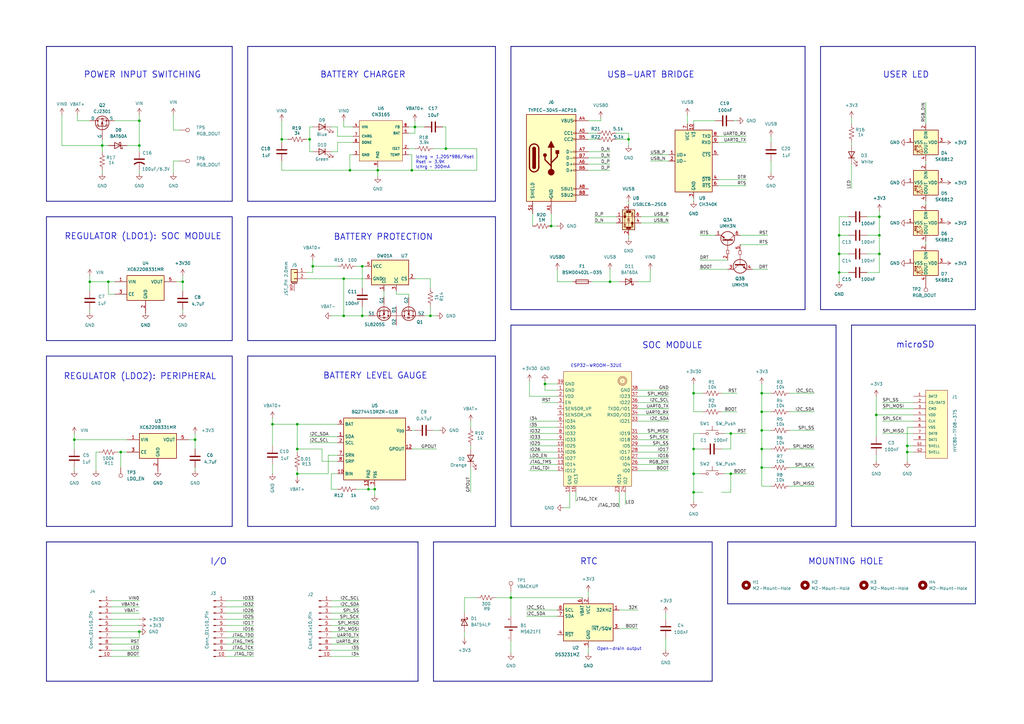
<source format=kicad_sch>
(kicad_sch (version 20250114) (generator "eeschema") (generator_version "9.0")
  (paper "A3")
  (text "RTC" (at 241.554 230.378 0) (effects (font (size 2.54 2.54) (thickness 0.254) (bold yes))))
  (text "Open-drain output" (at 254 266.192 0) (effects (font (size 1.27 1.27))))
  (text "ESP32-WROOM-32UE" (at 244.602 150.114 0) (effects (font (size 1.27 1.27))))
  (text "SOC MODULE" (at 275.844 141.732 0) (effects (font (size 2.54 2.54) (thickness 0.254) (bold yes))))
  (text "MOUNTING HOLE" (at 346.964 230.378 0) (effects (font (size 2.54 2.54) (thickness 0.254) (bold yes))))
  (text "BATTERY LEVEL GAUGE" (at 153.924 154.178 0) (effects (font (size 2.54 2.54) (thickness 0.254) (bold yes))))
  (text "USER LED" (at 371.602 30.734 0) (effects (font (size 2.54 2.54) (thickness 0.254) (bold yes))))
  (text "REGULATOR (LDO2): PERIPHERAL" (at 57.404 154.432 0) (effects (font (size 2.54 2.54) (thickness 0.254) (bold yes))))
  (text "microSD" (at 375.412 141.478 0) (effects (font (size 2.54 2.54) (thickness 0.254) (bold yes))))
  (text "USB-UART BRIDGE" (at 266.954 30.734 0) (effects (font (size 2.54 2.54) (thickness 0.254) (bold yes))))
  (text "I/O" (at 89.662 230.378 0) (effects (font (size 2.54 2.54) (thickness 0.254) (bold yes))))
  (text "BATTERY PROTECTION" (at 157.226 97.282 0) (effects (font (size 2.54 2.54) (thickness 0.254) (bold yes))))
  (text "Ichrg = 1.205*986/Rset\nRset = 3.9K\nIchrg ~ 300mA" (at 170.434 66.548 0) (effects (font (size 1.27 1.27)) (justify left)))
  (text "POWER INPUT SWITCHING" (at 58.42 30.734 0) (effects (font (size 2.54 2.54) (thickness 0.254) (bold yes))))
  (text "REGULATOR (LDO1): SOC MODULE" (at 58.674 97.028 0) (effects (font (size 2.54 2.54) (thickness 0.254) (bold yes))))
  (text "BATTERY CHARGER" (at 148.844 30.734 0) (effects (font (size 2.54 2.54) (thickness 0.254) (bold yes))))
  (junction (at 360.68 88.9))
  (junction (at 223.52 157.48))
  (junction (at 299.72 177.8))
  (junction (at 176.53 129.54))
  (junction (at 372.11 185.42))
  (junction (at 140.97 114.3))
  (junction (at 121.92 173.99))
  (junction (at 30.48 180.34))
  (junction (at 226.06 92.71))
  (junction (at 360.68 96.52))
  (junction (at 284.48 194.31))
  (junction (at 128.27 109.22))
  (junction (at 121.92 184.15))
  (junction (at 148.59 129.54))
  (junction (at 154.94 69.85))
  (junction (at 250.19 115.57))
  (junction (at 57.15 49.53))
  (junction (at 284.48 201.93))
  (junction (at 57.15 259.08))
  (junction (at 153.67 200.66))
  (junction (at 344.17 96.52))
  (junction (at 170.18 52.07))
  (junction (at 312.42 161.29))
  (junction (at 312.42 191.77))
  (junction (at 312.42 184.15))
  (junction (at 41.91 59.69))
  (junction (at 49.53 185.42))
  (junction (at 257.81 57.15))
  (junction (at 372.11 182.88))
  (junction (at 74.93 115.57))
  (junction (at 36.83 115.57))
  (junction (at 140.97 129.54))
  (junction (at 360.68 104.14))
  (junction (at 44.45 115.57))
  (junction (at 284.48 161.29))
  (junction (at 80.01 180.34))
  (junction (at 127 57.15))
  (junction (at 148.59 109.22))
  (junction (at 344.17 111.76))
  (junction (at 168.91 69.85))
  (junction (at 344.17 104.14))
  (junction (at 299.72 194.31))
  (junction (at 359.41 170.18))
  (junction (at 57.15 59.69))
  (junction (at 312.42 176.53))
  (junction (at 143.51 69.85))
  (junction (at 111.76 173.99))
  (junction (at 284.48 184.15))
  (junction (at 209.55 245.11))
  (junction (at 121.92 194.31))
  (junction (at 312.42 168.91))
  (junction (at 151.13 200.66))
  (junction (at 115.57 57.15))
  (junction (at 182.88 60.96))
  (wire (pts (xy 323.85 168.91) (xy 334.01 168.91)))
  (wire (pts (xy 40.64 185.42) (xy 39.37 185.42)))
  (wire (pts (xy 293.37 49.53) (xy 284.48 49.53)))
  (wire (pts (xy 92.71 261.62) (xy 104.14 261.62)))
  (wire (pts (xy 217.17 162.56) (xy 228.6 162.56)))
  (wire (pts (xy 125.73 111.76) (xy 128.27 111.76)))
  (wire (pts (xy 146.05 200.66) (xy 151.13 200.66)))
  (wire (pts (xy 349.25 48.26) (xy 349.25 50.8)))
  (wire (pts (xy 372.11 185.42) (xy 374.65 185.42)))
  (wire (pts (xy 312.42 157.48) (xy 312.42 161.29)))
  (wire (pts (xy 284.48 194.31) (xy 284.48 201.93)))
  (bus (pts (xy 95.25 88.9) (xy 95.25 139.7)))
  (wire (pts (xy 203.2 245.11) (xy 209.55 245.11)))
  (wire (pts (xy 48.26 185.42) (xy 49.53 185.42)))
  (wire (pts (xy 312.42 161.29) (xy 312.42 168.91)))
  (wire (pts (xy 173.99 129.54) (xy 176.53 129.54)))
  (bus (pts (xy 101.6 19.05) (xy 101.6 82.55)))
  (wire (pts (xy 236.22 201.93) (xy 236.22 205.74)))
  (wire (pts (xy 361.95 177.8) (xy 374.65 177.8)))
  (bus (pts (xy 101.6 88.9) (xy 101.6 139.7)))
  (wire (pts (xy 250.19 69.85) (xy 241.3 69.85)))
  (wire (pts (xy 274.32 190.5) (xy 261.62 190.5)))
  (wire (pts (xy 344.17 96.52) (xy 344.17 88.9)))
  (wire (pts (xy 252.73 54.61) (xy 257.81 54.61)))
  (wire (pts (xy 92.71 269.24) (xy 104.14 269.24)))
  (wire (pts (xy 140.97 129.54) (xy 148.59 129.54)))
  (wire (pts (xy 359.41 189.23) (xy 359.41 186.69)))
  (wire (pts (xy 287.02 106.68) (xy 298.45 106.68)))
  (wire (pts (xy 284.48 184.15) (xy 288.29 184.15)))
  (wire (pts (xy 306.07 76.2) (xy 294.64 76.2)))
  (wire (pts (xy 57.15 259.08) (xy 57.15 261.62)))
  (wire (pts (xy 127 57.15) (xy 127 62.23)))
  (wire (pts (xy 135.89 62.23) (xy 138.43 62.23)))
  (wire (pts (xy 266.7 110.49) (xy 266.7 115.57)))
  (wire (pts (xy 36.83 127) (xy 36.83 128.27)))
  (wire (pts (xy 217.17 180.34) (xy 228.6 180.34)))
  (bus (pts (xy 400.05 215.9) (xy 400.05 133.35)))
  (wire (pts (xy 223.52 157.48) (xy 223.52 160.02)))
  (wire (pts (xy 228.6 92.71) (xy 226.06 92.71)))
  (wire (pts (xy 323.85 176.53) (xy 334.01 176.53)))
  (wire (pts (xy 254 250.19) (xy 261.62 250.19)))
  (bus (pts (xy 177.8 222.25) (xy 292.1 222.25)))
  (wire (pts (xy 193.04 172.72) (xy 193.04 175.26)))
  (wire (pts (xy 157.48 119.38) (xy 157.48 121.92)))
  (wire (pts (xy 257.81 97.79) (xy 257.81 96.52)))
  (bus (pts (xy 209.55 19.05) (xy 330.2 19.05)))
  (bus (pts (xy 203.2 88.9) (xy 203.2 139.7)))
  (wire (pts (xy 140.97 114.3) (xy 149.86 114.3)))
  (wire (pts (xy 284.48 161.29) (xy 284.48 168.91)))
  (wire (pts (xy 121.92 173.99) (xy 121.92 184.15)))
  (wire (pts (xy 128.27 109.22) (xy 128.27 111.76)))
  (wire (pts (xy 176.53 114.3) (xy 176.53 118.11)))
  (wire (pts (xy 170.18 114.3) (xy 176.53 114.3)))
  (wire (pts (xy 57.15 49.53) (xy 46.99 49.53)))
  (wire (pts (xy 45.72 261.62) (xy 57.15 261.62)))
  (wire (pts (xy 217.17 172.72) (xy 228.6 172.72)))
  (wire (pts (xy 361.95 172.72) (xy 374.65 172.72)))
  (wire (pts (xy 299.72 184.15) (xy 299.72 177.8)))
  (wire (pts (xy 316.23 66.04) (xy 316.23 71.12)))
  (bus (pts (xy 19.05 19.05) (xy 19.05 82.55)))
  (wire (pts (xy 359.41 170.18) (xy 359.41 179.07)))
  (wire (pts (xy 195.58 60.96) (xy 182.88 60.96)))
  (wire (pts (xy 125.73 114.3) (xy 140.97 114.3)))
  (wire (pts (xy 266.7 66.04) (xy 274.32 66.04)))
  (wire (pts (xy 297.18 177.8) (xy 299.72 177.8)))
  (wire (pts (xy 45.72 266.7) (xy 57.15 266.7)))
  (wire (pts (xy 312.42 199.39) (xy 316.23 199.39)))
  (wire (pts (xy 215.9 252.73) (xy 228.6 252.73)))
  (wire (pts (xy 379.73 66.04) (xy 379.73 67.31)))
  (wire (pts (xy 314.96 96.52) (xy 303.53 96.52)))
  (wire (pts (xy 314.96 110.49) (xy 308.61 110.49)))
  (wire (pts (xy 92.71 266.7) (xy 104.14 266.7)))
  (wire (pts (xy 45.72 259.08) (xy 57.15 259.08)))
  (wire (pts (xy 295.91 168.91) (xy 302.26 168.91)))
  (wire (pts (xy 121.92 184.15) (xy 132.08 184.15)))
  (bus (pts (xy 19.05 88.9) (xy 95.25 88.9)))
  (wire (pts (xy 344.17 111.76) (xy 344.17 104.14)))
  (wire (pts (xy 360.68 104.14) (xy 360.68 96.52)))
  (wire (pts (xy 274.32 177.8) (xy 261.62 177.8)))
  (wire (pts (xy 360.68 96.52) (xy 360.68 88.9)))
  (wire (pts (xy 92.71 254) (xy 104.14 254)))
  (wire (pts (xy 193.04 182.88) (xy 193.04 184.15)))
  (wire (pts (xy 226.06 87.63) (xy 226.06 92.71)))
  (bus (pts (xy 209.55 133.35) (xy 342.9 133.35)))
  (wire (pts (xy 355.6 96.52) (xy 360.68 96.52)))
  (wire (pts (xy 257.81 54.61) (xy 257.81 57.15)))
  (wire (pts (xy 168.91 69.85) (xy 195.58 69.85)))
  (bus (pts (xy 400.05 133.35) (xy 349.25 133.35)))
  (wire (pts (xy 241.3 54.61) (xy 245.11 54.61)))
  (bus (pts (xy 101.6 19.05) (xy 203.2 19.05)))
  (wire (pts (xy 274.32 167.64) (xy 261.62 167.64)))
  (bus (pts (xy 342.9 133.35) (xy 342.9 215.9)))
  (wire (pts (xy 241.3 57.15) (xy 245.11 57.15)))
  (wire (pts (xy 135.89 259.08) (xy 147.32 259.08)))
  (wire (pts (xy 74.93 113.03) (xy 74.93 115.57)))
  (wire (pts (xy 154.94 72.39) (xy 154.94 69.85)))
  (wire (pts (xy 223.52 157.48) (xy 228.6 157.48)))
  (wire (pts (xy 121.92 184.15) (xy 121.92 185.42)))
  (wire (pts (xy 71.12 46.99) (xy 71.12 53.34)))
  (wire (pts (xy 217.17 175.26) (xy 228.6 175.26)))
  (wire (pts (xy 284.48 161.29) (xy 288.29 161.29)))
  (wire (pts (xy 359.41 162.56) (xy 359.41 170.18)))
  (wire (pts (xy 115.57 57.15) (xy 115.57 49.53)))
  (wire (pts (xy 111.76 173.99) (xy 121.92 173.99)))
  (wire (pts (xy 217.17 177.8) (xy 228.6 177.8)))
  (wire (pts (xy 121.92 194.31) (xy 134.62 194.31)))
  (wire (pts (xy 349.25 67.31) (xy 349.25 77.47)))
  (wire (pts (xy 128.27 109.22) (xy 138.43 109.22)))
  (wire (pts (xy 182.88 52.07) (xy 182.88 60.96)))
  (wire (pts (xy 323.85 199.39) (xy 334.01 199.39)))
  (wire (pts (xy 118.11 57.15) (xy 115.57 57.15)))
  (wire (pts (xy 300.99 49.53) (xy 302.26 49.53)))
  (wire (pts (xy 30.48 177.8) (xy 30.48 180.34)))
  (wire (pts (xy 312.42 161.29) (xy 316.23 161.29)))
  (wire (pts (xy 218.44 87.63) (xy 218.44 92.71)))
  (wire (pts (xy 135.89 194.31) (xy 138.43 194.31)))
  (wire (pts (xy 151.13 199.39) (xy 151.13 200.66)))
  (wire (pts (xy 281.94 46.99) (xy 281.94 50.8)))
  (wire (pts (xy 138.43 58.42) (xy 138.43 62.23)))
  (wire (pts (xy 299.72 201.93) (xy 299.72 194.31)))
  (wire (pts (xy 209.55 245.11) (xy 238.76 245.11)))
  (wire (pts (xy 359.41 170.18) (xy 374.65 170.18)))
  (wire (pts (xy 45.72 256.54) (xy 57.15 256.54)))
  (wire (pts (xy 77.47 180.34) (xy 80.01 180.34)))
  (wire (pts (xy 355.6 104.14) (xy 360.68 104.14)))
  (wire (pts (xy 143.51 63.5) (xy 143.51 69.85)))
  (wire (pts (xy 170.18 49.53) (xy 170.18 52.07)))
  (wire (pts (xy 45.72 248.92) (xy 57.15 248.92)))
  (wire (pts (xy 297.18 194.31) (xy 299.72 194.31)))
  (wire (pts (xy 316.23 55.88) (xy 316.23 58.42)))
  (wire (pts (xy 45.72 264.16) (xy 57.15 264.16)))
  (wire (pts (xy 287.02 110.49) (xy 298.45 110.49)))
  (wire (pts (xy 57.15 59.69) (xy 57.15 62.23)))
  (wire (pts (xy 243.84 91.44) (xy 252.73 91.44)))
  (bus (pts (xy 19.05 215.9) (xy 19.05 146.05)))
  (wire (pts (xy 30.48 191.77) (xy 30.48 193.04)))
  (wire (pts (xy 242.57 115.57) (xy 250.19 115.57)))
  (wire (pts (xy 234.95 115.57) (xy 228.6 115.57)))
  (wire (pts (xy 266.7 63.5) (xy 274.32 63.5)))
  (bus (pts (xy 95.25 19.05) (xy 95.25 82.55)))
  (wire (pts (xy 349.25 58.42) (xy 349.25 59.69)))
  (wire (pts (xy 30.48 180.34) (xy 30.48 184.15)))
  (wire (pts (xy 274.32 182.88) (xy 261.62 182.88)))
  (wire (pts (xy 374.65 175.26) (xy 372.11 175.26)))
  (bus (pts (xy 203.2 82.55) (xy 101.6 82.55)))
  (wire (pts (xy 312.42 168.91) (xy 312.42 176.53)))
  (wire (pts (xy 138.43 181.61) (xy 127 181.61)))
  (wire (pts (xy 284.48 177.8) (xy 284.48 184.15)))
  (wire (pts (xy 92.71 259.08) (xy 104.14 259.08)))
  (bus (pts (xy 19.05 139.7) (xy 95.25 139.7)))
  (wire (pts (xy 92.71 248.92) (xy 104.14 248.92)))
  (wire (pts (xy 127 57.15) (xy 125.73 57.15)))
  (wire (pts (xy 154.94 69.85) (xy 154.94 68.58)))
  (wire (pts (xy 45.72 269.24) (xy 57.15 269.24)))
  (wire (pts (xy 299.72 177.8) (xy 306.07 177.8)))
  (wire (pts (xy 128.27 106.68) (xy 128.27 109.22)))
  (wire (pts (xy 209.55 252.73) (xy 209.55 245.11)))
  (wire (pts (xy 115.57 69.85) (xy 143.51 69.85)))
  (wire (pts (xy 217.17 156.21) (xy 217.17 162.56)))
  (wire (pts (xy 138.43 55.88) (xy 144.78 55.88)))
  (wire (pts (xy 312.42 176.53) (xy 316.23 176.53)))
  (wire (pts (xy 176.53 125.73) (xy 176.53 129.54)))
  (bus (pts (xy 349.25 133.35) (xy 349.25 215.9)))
  (wire (pts (xy 256.54 201.93) (xy 256.54 207.01)))
  (wire (pts (xy 135.89 129.54) (xy 140.97 129.54)))
  (wire (pts (xy 146.05 109.22) (xy 148.59 109.22)))
  (bus (pts (xy 209.55 127) (xy 330.2 127)))
  (wire (pts (xy 36.83 113.03) (xy 36.83 115.57)))
  (wire (pts (xy 250.19 115.57) (xy 254 115.57)))
  (wire (pts (xy 170.18 54.61) (xy 170.18 52.07)))
  (wire (pts (xy 71.12 53.34) (xy 73.66 53.34)))
  (wire (pts (xy 71.12 66.04) (xy 71.12 71.12)))
  (bus (pts (xy 101.6 146.05) (xy 203.2 146.05)))
  (wire (pts (xy 46.99 120.65) (xy 44.45 120.65)))
  (wire (pts (xy 250.19 62.23) (xy 241.3 62.23)))
  (wire (pts (xy 274.32 180.34) (xy 261.62 180.34)))
  (wire (pts (xy 45.72 246.38) (xy 57.15 246.38)))
  (wire (pts (xy 72.39 115.57) (xy 74.93 115.57)))
  (wire (pts (xy 284.48 82.55) (xy 284.48 81.28)))
  (wire (pts (xy 314.96 100.33) (xy 303.53 100.33)))
  (wire (pts (xy 167.64 120.65) (xy 167.64 121.92)))
  (bus (pts (xy 349.25 215.9) (xy 400.05 215.9)))
  (wire (pts (xy 111.76 171.45) (xy 111.76 173.99)))
  (wire (pts (xy 274.32 162.56) (xy 261.62 162.56)))
  (wire (pts (xy 274.32 187.96) (xy 261.62 187.96)))
  (wire (pts (xy 128.27 52.07) (xy 127 52.07)))
  (wire (pts (xy 167.64 54.61) (xy 170.18 54.61)))
  (bus (pts (xy 95.25 82.55) (xy 19.05 82.55)))
  (bus (pts (xy 101.6 88.9) (xy 203.2 88.9)))
  (wire (pts (xy 243.84 88.9) (xy 252.73 88.9)))
  (wire (pts (xy 41.91 57.15) (xy 41.91 59.69)))
  (wire (pts (xy 306.07 58.42) (xy 294.64 58.42)))
  (wire (pts (xy 344.17 111.76) (xy 347.98 111.76)))
  (wire (pts (xy 344.17 104.14) (xy 344.17 96.52)))
  (wire (pts (xy 80.01 177.8) (xy 80.01 180.34)))
  (wire (pts (xy 361.95 167.64) (xy 374.65 167.64)))
  (wire (pts (xy 140.97 52.07) (xy 144.78 52.07)))
  (wire (pts (xy 323.85 161.29) (xy 334.01 161.29)))
  (wire (pts (xy 41.91 59.69) (xy 41.91 62.23)))
  (wire (pts (xy 195.58 69.85) (xy 195.58 60.96)))
  (wire (pts (xy 312.42 191.77) (xy 312.42 199.39)))
  (wire (pts (xy 250.19 64.77) (xy 241.3 64.77)))
  (wire (pts (xy 274.32 160.02) (xy 261.62 160.02)))
  (wire (pts (xy 170.18 52.07) (xy 173.99 52.07)))
  (bus (pts (xy 95.25 146.05) (xy 95.25 215.9)))
  (wire (pts (xy 162.56 119.38) (xy 162.56 120.65)))
  (bus (pts (xy 292.1 222.25) (xy 292.1 279.4)))
  (wire (pts (xy 80.01 193.04) (xy 80.01 191.77)))
  (bus (pts (xy 19.05 222.25) (xy 19.05 279.4)))
  (wire (pts (xy 372.11 185.42) (xy 372.11 189.23)))
  (wire (pts (xy 344.17 96.52) (xy 347.98 96.52)))
  (wire (pts (xy 284.48 49.53) (xy 284.48 50.8)))
  (wire (pts (xy 168.91 69.85) (xy 154.94 69.85)))
  (wire (pts (xy 361.95 165.1) (xy 374.65 165.1)))
  (wire (pts (xy 274.32 170.18) (xy 261.62 170.18)))
  (wire (pts (xy 168.91 184.15) (xy 179.07 184.15)))
  (wire (pts (xy 135.89 256.54) (xy 147.32 256.54)))
  (wire (pts (xy 177.8 60.96) (xy 182.88 60.96)))
  (bus (pts (xy 330.2 127) (xy 330.2 19.05)))
  (wire (pts (xy 135.89 266.7) (xy 147.32 266.7)))
  (wire (pts (xy 153.67 200.66) (xy 153.67 199.39)))
  (wire (pts (xy 323.85 191.77) (xy 334.01 191.77)))
  (wire (pts (xy 44.45 115.57) (xy 46.99 115.57)))
  (wire (pts (xy 209.55 262.89) (xy 209.55 267.97)))
  (wire (pts (xy 45.72 254) (xy 57.15 254)))
  (wire (pts (xy 115.57 66.04) (xy 115.57 69.85)))
  (wire (pts (xy 179.07 129.54) (xy 176.53 129.54)))
  (bus (pts (xy 203.2 19.05) (xy 203.2 82.55)))
  (bus (pts (xy 203.2 215.9) (xy 101.6 215.9)))
  (bus (pts (xy 171.45 279.4) (xy 19.05 279.4)))
  (wire (pts (xy 143.51 69.85) (xy 154.94 69.85)))
  (wire (pts (xy 168.91 63.5) (xy 168.91 69.85)))
  (wire (pts (xy 162.56 120.65) (xy 167.64 120.65)))
  (bus (pts (xy 298.45 222.25) (xy 400.05 222.25)))
  (wire (pts (xy 31.75 49.53) (xy 36.83 49.53)))
  (wire (pts (xy 274.32 172.72) (xy 261.62 172.72)))
  (wire (pts (xy 284.48 201.93) (xy 284.48 205.74)))
  (wire (pts (xy 92.71 246.38) (xy 104.14 246.38)))
  (wire (pts (xy 299.72 194.31) (xy 306.07 194.31)))
  (wire (pts (xy 284.48 168.91) (xy 288.29 168.91)))
  (wire (pts (xy 36.83 115.57) (xy 36.83 119.38)))
  (wire (pts (xy 287.02 177.8) (xy 284.48 177.8)))
  (bus (pts (xy 101.6 146.05) (xy 101.6 215.9)))
  (wire (pts (xy 148.59 109.22) (xy 149.86 109.22)))
  (wire (pts (xy 344.17 104.14) (xy 347.98 104.14)))
  (wire (pts (xy 135.89 269.24) (xy 147.32 269.24)))
  (bus (pts (xy 209.55 133.35) (xy 209.55 215.9)))
  (wire (pts (xy 250.19 110.49) (xy 250.19 115.57)))
  (wire (pts (xy 217.17 185.42) (xy 228.6 185.42)))
  (wire (pts (xy 344.17 115.57) (xy 344.17 111.76)))
  (wire (pts (xy 30.48 180.34) (xy 52.07 180.34)))
  (wire (pts (xy 168.91 176.53) (xy 170.18 176.53)))
  (wire (pts (xy 111.76 194.31) (xy 111.76 190.5)))
  (wire (pts (xy 140.97 114.3) (xy 140.97 129.54)))
  (wire (pts (xy 153.67 203.2) (xy 153.67 200.66)))
  (wire (pts (xy 217.17 187.96) (xy 228.6 187.96)))
  (wire (pts (xy 223.52 160.02) (xy 228.6 160.02)))
  (wire (pts (xy 170.18 52.07) (xy 167.64 52.07)))
  (wire (pts (xy 190.5 259.08) (xy 190.5 261.62)))
  (wire (pts (xy 274.32 193.04) (xy 261.62 193.04)))
  (wire (pts (xy 217.17 193.04) (xy 228.6 193.04)))
  (wire (pts (xy 80.01 180.34) (xy 80.01 184.15)))
  (wire (pts (xy 57.15 49.53) (xy 57.15 59.69)))
  (wire (pts (xy 355.6 111.76) (xy 360.68 111.76)))
  (wire (pts (xy 193.04 191.77) (xy 193.04 201.93)))
  (wire (pts (xy 127 52.07) (xy 127 57.15)))
  (wire (pts (xy 49.53 185.42) (xy 52.07 185.42)))
  (bus (pts (xy 19.05 19.05) (xy 95.25 19.05)))
  (wire (pts (xy 274.32 185.42) (xy 261.62 185.42)))
  (wire (pts (xy 246.38 49.53) (xy 241.3 49.53)))
  (wire (pts (xy 57.15 69.85) (xy 57.15 71.12)))
  (wire (pts (xy 135.89 200.66) (xy 135.89 194.31)))
  (wire (pts (xy 233.68 208.28) (xy 233.68 201.93)))
  (wire (pts (xy 41.91 71.12) (xy 41.91 69.85)))
  (wire (pts (xy 135.89 246.38) (xy 147.32 246.38)))
  (bus (pts (xy 171.45 222.25) (xy 171.45 279.4)))
  (wire (pts (xy 372.11 182.88) (xy 372.11 185.42)))
  (wire (pts (xy 148.59 125.73) (xy 148.59 129.54)))
  (wire (pts (xy 190.5 245.11) (xy 195.58 245.11)))
  (wire (pts (xy 306.07 55.88) (xy 294.64 55.88)))
  (wire (pts (xy 121.92 193.04) (xy 121.92 194.31)))
  (wire (pts (xy 215.9 250.19) (xy 228.6 250.19)))
  (wire (pts (xy 241.3 242.57) (xy 241.3 245.11)))
  (wire (pts (xy 25.4 59.69) (xy 41.91 59.69)))
  (wire (pts (xy 273.05 266.7) (xy 273.05 261.62)))
  (bus (pts (xy 19.05 88.9) (xy 19.05 139.7)))
  (wire (pts (xy 180.34 176.53) (xy 177.8 176.53)))
  (wire (pts (xy 92.71 264.16) (xy 104.14 264.16)))
  (wire (pts (xy 135.89 254) (xy 147.32 254)))
  (wire (pts (xy 372.11 175.26) (xy 372.11 182.88)))
  (wire (pts (xy 312.42 176.53) (xy 312.42 184.15)))
  (wire (pts (xy 134.62 186.69) (xy 138.43 186.69)))
  (wire (pts (xy 138.43 179.07) (xy 127 179.07)))
  (wire (pts (xy 295.91 184.15) (xy 299.72 184.15)))
  (wire (pts (xy 135.89 264.16) (xy 147.32 264.16)))
  (wire (pts (xy 31.75 46.99) (xy 31.75 49.53)))
  (wire (pts (xy 36.83 115.57) (xy 44.45 115.57)))
  (wire (pts (xy 128.27 62.23) (xy 127 62.23)))
  (wire (pts (xy 372.11 182.88) (xy 374.65 182.88)))
  (wire (pts (xy 132.08 184.15) (xy 132.08 189.23)))
  (wire (pts (xy 274.32 88.9) (xy 262.89 88.9)))
  (bus (pts (xy 203.2 139.7) (xy 101.6 139.7)))
  (wire (pts (xy 190.5 251.46) (xy 190.5 245.11)))
  (bus (pts (xy 177.8 279.4) (xy 292.1 279.4)))
  (wire (pts (xy 312.42 168.91) (xy 316.23 168.91)))
  (wire (pts (xy 92.71 256.54) (xy 104.14 256.54)))
  (wire (pts (xy 360.68 88.9) (xy 360.68 86.36)))
  (bus (pts (xy 203.2 146.05) (xy 203.2 215.9)))
  (wire (pts (xy 135.89 52.07) (xy 138.43 52.07)))
  (bus (pts (xy 177.8 222.25) (xy 177.8 279.4)))
  (wire (pts (xy 312.42 184.15) (xy 316.23 184.15)))
  (wire (pts (xy 288.29 201.93) (xy 284.48 201.93)))
  (wire (pts (xy 379.73 82.55) (xy 379.73 83.82)))
  (wire (pts (xy 140.97 49.53) (xy 140.97 52.07)))
  (wire (pts (xy 306.07 73.66) (xy 294.64 73.66)))
  (bus (pts (xy 298.45 222.25) (xy 298.45 247.65)))
  (wire (pts (xy 74.93 115.57) (xy 74.93 119.38)))
  (wire (pts (xy 121.92 194.31) (xy 121.92 195.58)))
  (bus (pts (xy 336.55 19.05) (xy 400.05 19.05)))
  (wire (pts (xy 312.42 184.15) (xy 312.42 191.77)))
  (wire (pts (xy 49.53 185.42) (xy 49.53 191.77)))
  (wire (pts (xy 323.85 184.15) (xy 334.01 184.15)))
  (wire (pts (xy 284.48 184.15) (xy 284.48 194.31)))
  (wire (pts (xy 92.71 251.46) (xy 104.14 251.46)))
  (wire (pts (xy 181.61 52.07) (xy 182.88 52.07)))
  (wire (pts (xy 252.73 57.15) (xy 257.81 57.15)))
  (wire (pts (xy 312.42 191.77) (xy 316.23 191.77)))
  (bus (pts (xy 400.05 19.05) (xy 400.05 127)))
  (wire (pts (xy 115.57 57.15) (xy 115.57 58.42)))
  (wire (pts (xy 135.89 248.92) (xy 147.32 248.92)))
  (wire (pts (xy 379.73 41.91) (xy 379.73 50.8)))
  (wire (pts (xy 228.6 115.57) (xy 228.6 110.49)))
  (wire (pts (xy 360.68 111.76) (xy 360.68 104.14)))
  (bus (pts (xy 342.9 215.9) (xy 209.55 215.9)))
  (bus (pts (xy 19.05 146.05) (xy 95.25 146.05)))
  (wire (pts (xy 254 257.81) (xy 261.62 257.81)))
  (wire (pts (xy 241.3 267.97) (xy 241.3 265.43)))
  (bus (pts (xy 19.05 222.25) (xy 171.45 222.25)))
  (bus (pts (xy 95.25 215.9) (xy 19.05 215.9)))
  (wire (pts (xy 39.37 185.42) (xy 39.37 193.04)))
  (wire (pts (xy 57.15 46.99) (xy 57.15 49.53)))
  (wire (pts (xy 135.89 251.46) (xy 147.32 251.46)))
  (wire (pts (xy 217.17 190.5) (xy 228.6 190.5)))
  (wire (pts (xy 209.55 242.57) (xy 209.55 245.11)))
  (wire (pts (xy 273.05 251.46) (xy 273.05 254)))
  (wire (pts (xy 144.78 58.42) (xy 138.43 58.42)))
  (wire (pts (xy 132.08 189.23) (xy 138.43 189.23)))
  (wire (pts (xy 135.89 261.62) (xy 147.32 261.62)))
  (wire (pts (xy 257.81 59.69) (xy 257.81 57.15)))
  (wire (pts (xy 134.62 186.69) (xy 134.62 194.31)))
  (wire (pts (xy 379.73 99.06) (xy 379.73 100.33)))
  (bus (pts (xy 400.05 222.25) (xy 400.05 247.65)))
  (wire (pts (xy 222.25 165.1) (xy 228.6 165.1)))
  (wire (pts (xy 257.81 82.55) (xy 257.81 83.82)))
  (wire (pts (xy 295.91 161.29) (xy 302.26 161.29)))
  (wire (pts (xy 295.91 201.93) (xy 299.72 201.93)))
  (wire (pts (xy 266.7 115.57) (xy 261.62 115.57)))
  (wire (pts (xy 25.4 46.99) (xy 25.4 59.69)))
  (bus (pts (xy 209.55 19.05) (xy 209.55 127)))
  (wire (pts (xy 148.59 129.54) (xy 151.13 129.54)))
  (wire (pts (xy 344.17 88.9) (xy 347.98 88.9)))
  (bus (pts (xy 336.55 19.05) (xy 336.55 127)))
  (wire (pts (xy 144.78 63.5) (xy 143.51 63.5)))
  (wire (pts (xy 45.72 251.46) (xy 57.15 251.46)))
  (wire (pts (xy 284.48 194.31) (xy 287.02 194.31)))
  (wire (pts (xy 254 201.93) (xy 254 208.28)))
  (wire (pts (xy 170.18 60.96) (xy 167.64 60.96)))
  (wire (pts (xy 111.76 173.99) (xy 111.76 182.88)))
  (wire (pts (xy 41.91 59.69) (xy 44.45 59.69)))
  (wire (pts (xy 217.17 182.88) (xy 228.6 182.88)))
  (wire (pts (xy 148.59 109.22) (xy 148.59 118.11)))
  (wire (pts (xy 284.48 157.48) (xy 284.48 161.29)))
  (bus (pts (xy 400.05 127) (xy 336.55 127)))
  (wire (pts (xy 138.43 200.66) (xy 135.89 200.66)))
  (wire (pts (xy 274.32 91.44) (xy 262.89 91.44)))
  (wire (pts (xy 287.02 96.52) (xy 293.37 96.52)))
  (wire (pts (xy 274.32 165.1) (xy 261.62 165.1)))
  (wire (pts (xy 250.19 67.31) (xy 241.3 67.31)))
  (bus (pts (xy 400.05 247.65) (xy 298.45 247.65)))
  (wire (pts (xy 121.92 173.99) (xy 138.43 173.99)))
  (wire (pts (xy 231.14 208.28) (xy 233.68 208.28)))
  (wire (pts (xy 167.64 63.5) (xy 168.91 63.5)))
  (wire (pts (xy 52.07 59.69) (xy 57.15 59.69)))
  (wire (pts (xy 73.66 66.04) (xy 71.12 66.04)))
  (wire (pts (xy 223.52 156.21) (xy 223.52 157.48)))
  (wire (pts (xy 355.6 88.9) (xy 360.68 88.9)))
  (wire (pts (xy 246.38 48.26) (xy 246.38 49.53)))
  (wire (pts (xy 74.93 128.27) (xy 74.93 127)))
  (wire (pts (xy 151.13 200.66) (xy 153.67 200.66)))
  (wire (pts (xy 138.43 52.07) (xy 138.43 55.88)))
  (wire (pts (xy 44.45 120.65) (xy 44.45 115.57)))
  (label "JTAG_TMS" (at 104.14 264.16 180))
  (label "I2C_SCL" (at 215.9 250.19 0))
  (label "RST" (at 314.96 96.52 180))
  (label "IO32" (at 217.17 177.8 0))
  (label "UART0_RX" (at 274.32 170.18 180))
  (label "USB_P" (at 274.32 88.9 180))
  (label "VIN0" (at 57.15 246.38 180))
  (label "I2C_SDA" (at 274.32 172.72 180))
  (label "I2C_SCL" (at 147.32 246.38 180))
  (label "I34" (at 147.32 269.24 180))
  (label "I2C_SDA" (at 334.01 168.91 180))
  (label "IO33" (at 104.14 246.38 180))
  (label "JTAG_TDI" (at 217.17 193.04 0))
  (label "USB_N" (at 266.7 66.04 0))
  (label "SPI_SS" (at 147.32 251.46 180))
  (label "LED" (at 256.54 207.01 0))
  (label "IO32" (at 104.14 248.92 180))
  (label "I2C_SCL" (at 334.01 161.29 180))
  (label "UART0_TX" (at 306.07 58.42 180))
  (label "I35" (at 217.17 175.26 0))
  (label "RTS" (at 287.02 96.52 0))
  (label "SPI_MOSI" (at 334.01 184.15 180))
  (label "SPI_MOSI" (at 361.95 167.64 0))
  (label "BOOT" (at 306.07 194.31 180))
  (label "SPI_SCK" (at 274.32 180.34 180))
  (label "IO33" (at 217.17 180.34 0))
  (label "VBAT0+" (at 57.15 248.92 180))
  (label "RST" (at 306.07 177.8 180))
  (label "SPI_SS" (at 361.95 165.1 0))
  (label "BOOT" (at 261.62 257.81 180))
  (label "32K" (at 261.62 250.19 180))
  (label "JTAG_TDO" (at 104.14 261.62 180))
  (label "I2C_SDA" (at 147.32 248.92 180))
  (label "SPI_MOSI" (at 147.32 259.08 180))
  (label "UART0_RX" (at 306.07 55.88 180))
  (label "IO26" (at 104.14 251.46 180))
  (label "DRT" (at 287.02 106.68 0))
  (label "LDO_EN" (at 217.17 187.96 0))
  (label "JTAG_TCK" (at 236.22 205.74 0))
  (label "SPI_MISO" (at 274.32 177.8 180))
  (label "GPOUT" (at 179.07 184.15 180))
  (label "SPI_MISO" (at 361.95 177.8 0))
  (label "I35" (at 147.32 266.7 180))
  (label "BOOT" (at 287.02 110.49 0))
  (label "IO17" (at 274.32 185.42 180))
  (label "IO26" (at 217.17 185.42 0))
  (label "BOOT" (at 57.15 269.24 180))
  (label "USB_P" (at 266.7 63.5 0))
  (label "RTS" (at 314.96 100.33 180))
  (label "RTS" (at 306.07 76.2 180))
  (label "IO25" (at 104.14 254 180))
  (label "SPI_MISO" (at 334.01 199.39 180))
  (label "D_N" (at 250.19 64.77 180))
  (label "GPOUT" (at 193.04 201.93 90))
  (label "LED" (at 57.15 266.7 180))
  (label "BOOT" (at 302.26 168.91 180))
  (label "IO25" (at 217.17 182.88 0))
  (label "RGB_DIN" (at 274.32 190.5 180))
  (label "D_P" (at 243.84 88.9 0))
  (label "JTAG_TDI" (at 104.14 269.24 180))
  (label "JTAG_TDO" (at 254 208.28 180))
  (label "VBAT-" (at 57.15 251.46 180))
  (label "SPI_SS" (at 274.32 182.88 180))
  (label "DTR" (at 306.07 73.66 180))
  (label "I2C_SCL" (at 274.32 165.1 180))
  (label "SPI_MISO" (at 147.32 256.54 180))
  (label "I2C_SDA" (at 215.9 252.73 0))
  (label "I2C_SDA" (at 127 179.07 0))
  (label "D_P" (at 250.19 69.85 180))
  (label "RST" (at 57.15 264.16 180))
  (label "JTAG_TMS" (at 217.17 190.5 0))
  (label "D_N" (at 243.84 91.44 0))
  (label "IO16" (at 274.32 187.96 180))
  (label "RGB_DIN" (at 379.73 41.91 270))
  (label "GND" (at 274.32 160.02 180))
  (label "RST" (at 222.25 165.1 0))
  (label "BOOT" (at 274.32 193.04 180))
  (label "I2C_SCL" (at 127 181.61 0))
  (label "USB_N" (at 274.32 91.44 180))
  (label "SPI_SCK" (at 147.32 254 180))
  (label "SPI_SCK" (at 361.95 172.72 0))
  (label "D_N" (at 250.19 62.23 180))
  (label "RST" (at 302.26 161.29 180))
  (label "UART0_TX" (at 147.32 261.62 180))
  (label "IO17" (at 104.14 256.54 180))
  (label "SPI_MOSI" (at 274.32 162.56 180))
  (label "DRT" (at 314.96 110.49 180))
  (label "UART0_TX" (at 274.32 167.64 180))
  (label "JTAG_TCK" (at 104.14 266.7 180))
  (label "I34" (at 217.17 172.72 0))
  (label "SPI_SS" (at 334.01 176.53 180))
  (label "LED" (at 349.25 77.47 90))
  (label "IO16" (at 104.14 259.08 180))
  (label "SPI_SCK" (at 334.01 191.77 180))
  (label "UART0_RX" (at 147.32 264.16 180))
  (label "D_P" (at 250.19 67.31 180))
  (symbol (lib_id "power:GND") (at 241.3 267.97 0) (unit 1)
    (property "Reference" "#PWR014" (effects (hide yes)))
    (property "Value" "GND" (at 241.3 273.05 0))
    (property "Description" "Power symbol creates a global label with name \"GND\" , ground" (effects (hide yes)))
  )
  (symbol (lib_id "power:GND") (at 57.15 259.08 90) (unit 1)
    (property "Reference" "#PWR020" (effects (hide yes)))
    (property "Value" "GND" (at 60.96 259.0799 90) (effects (justify right)))
    (property "Description" "Power symbol creates a global label with name \"GND\" , ground" (effects (hide yes)))
  )
  (symbol (lib_id "Device:R_US") (at 292.1 168.91 90) (unit 1)
    (property "Reference" "R2" (at 291.846 164.338 90))
    (property "Value" "10k" (at 292.1 166.37 90))
    (property "Footprint" "Resistor_SMD:R_0402_1005Metric_Pad0.72x0.64mm_HandSolder" (effects (hide yes)))
    (property "Description" "Resistor, US symbol" (effects (hide yes)))
  )
  (symbol (lib_id "Device:C") (at 74.93 123.19 180) (unit 1)
    (property "Reference" "C8" (at 81.026 121.92 0))
    (property "Value" "4.7uF" (at 81.28 124.714 0))
    (property "Footprint" "Capacitor_SMD:C_0402_1005Metric_Pad0.74x0.62mm_HandSolder" (effects (hide yes)))
    (property "Description" "Unpolarized capacitor" (effects (hide yes)))
  )
  (symbol (lib_id "power:+3V3") (at 257.81 82.55 0) (unit 1)
    (property "Reference" "#PWR072" (effects (hide yes)))
    (property "Value" "VUSB" (at 257.81 77.47 0))
    (property "Description" "Power symbol creates a global label with name \"+3V3\"" (effects (hide yes)))
  )
  (symbol (lib_id "power:GND") (at 302.26 49.53 90) (unit 1)
    (property "Reference" "#PWR075" (effects (hide yes)))
    (property "Value" "GND" (at 306.07 49.5299 90) (effects (justify right)))
    (property "Description" "Power symbol creates a global label with name \"GND\" , ground" (effects (hide yes)))
  )
  (symbol (lib_id "power:+3V3") (at 57.15 256.54 270) (unit 1)
    (property "Reference" "#PWR021" (effects (hide yes)))
    (property "Value" "+3V3" (at 60.96 256.5399 90) (effects (justify left)))
    (property "Description" "Power symbol creates a global label with name \"+3V3\"" (effects (hide yes)))
  )
  (symbol (lib_id "Mechanical:MountingHole") (at 306.07 240.03 0) (unit 1) (in_bom no)
    (property "Reference" "H1" (at 308.61 238.7599 0) (effects (justify left)))
    (property "Value" "M2-Mount-Hole" (at 308.61 241.2999 0) (effects (justify left)))
    (property "Footprint" "MountingHole:MountingHole_2.2mm_M2" (effects (hide yes)))
    (property "Description" "Mounting Hole without connection" (effects (hide yes)))
  )
  (symbol (lib_id "power:GND") (at 57.15 71.12 0) (unit 1)
    (property "Reference" "#PWR058" (effects (hide yes)))
    (property "Value" "GND" (at 57.15 76.2 0))
    (property "Description" "Power symbol creates a global label with name \"GND\" , ground" (effects (hide yes)))
  )
  (symbol (lib_id "power:GND") (at 316.23 71.12 0) (unit 1)
    (property "Reference" "#PWR077" (effects (hide yes)))
    (property "Value" "GND" (at 316.23 76.2 0))
    (property "Description" "Power symbol creates a global label with name \"GND\" , ground" (effects (hide yes)))
  )
  (symbol (lib_id "lib:ESP32-WROOM-32UE") (at 245.11 173.99 0) (unit 1)
    (property "Reference" "U1" (effects (hide yes)))
    (property "Value" "ESP32-WROOM-32UE" (effects (hide yes)))
    (property "Footprint" "lib:ESP32-WROOM-32UE" (effects (hide yes)))
    (property "Datasheet" "https://www.espressif.com/sites/default/files/documentation/esp32-wroom-32e_esp32-wroom-32ue_datasheet_en.pdf" (effects (hide yes)))
    (property "Description" "RF Module, ESP32-D0WD-V3 SoC, without PSRAM, Wi-Fi 802.11b/g/n, Bluetooth, BLE, 32-bit, 2.7-3.6V, external antenna, SMD" (effects (hide yes)))
  )
  (symbol (lib_id "power:GND") (at 39.37 193.04 0) (unit 1)
    (property "Reference" "#PWR029" (effects (hide yes)))
    (property "Value" "GND" (at 39.37 198.12 0))
    (property "Description" "Power symbol creates a global label with name \"GND\" , ground" (effects (hide yes)))
  )
  (symbol (lib_id "Device:R_US") (at 44.45 185.42 270) (unit 1)
    (property "Reference" "R11" (at 44.704 189.992 90))
    (property "Value" "100k" (at 44.45 187.96 90))
    (property "Footprint" "Resistor_SMD:R_0402_1005Metric_Pad0.72x0.64mm_HandSolder" (effects (hide yes)))
    (property "Description" "Resistor, US symbol" (effects (hide yes)))
  )
  (symbol (lib_id "Connector_Generic_MountingPin:Conn_01x02_MountingPin") (at 120.65 111.76 0) (mirror y) (unit 1)
    (property "Reference" "J5" (at 121.92 108.712 0) (effects (justify left)))
    (property "Value" "JST_PH 2.0mm" (at 117.348 121.412 90) (effects (justify left)))
    (property "Footprint" "Connector_JST:JST_PH_S2B-PH-SM4-TB_1x02-1MP_P2.00mm_Horizontal" (effects (hide yes)))
    (property "Description" "Generic connectable mounting pin connector, single row, 01x02, script generated (kicad-library-utils/schlib/autogen/connector/)" (effects (hide yes)))
  )
  (symbol (lib_id "power:+3V3") (at 387.35 91.44 270) (unit 1)
    (property "Reference" "#PWR049" (effects (hide yes)))
    (property "Value" "+3V3" (at 393.8905 91.5035 90))
    (property "Description" "Power symbol creates a global label with name \"+3V3\"" (effects (hide yes)))
  )
  (symbol (lib_id "power:+3V3") (at 387.35 74.93 270) (unit 1)
    (property "Reference" "#PWR047" (effects (hide yes)))
    (property "Value" "+3V3" (at 393.8905 74.9935 90))
    (property "Description" "Power symbol creates a global label with name \"+3V3\"" (effects (hide yes)))
  )
  (symbol (lib_id "lib:BAT MS621FE") (at 209.55 257.81 90) (unit 1)
    (property "Reference" "B1" (at 213.36 256.5399 90) (effects (justify right)))
    (property "Value" "MS621FE" (at 213.36 259.0799 90) (effects (justify right)))
    (property "Footprint" "lib:BAT_MS621FE-SMD" (effects (hide yes)))
  )
  (symbol (lib_id "power:GND") (at 228.6 92.71 90) (unit 1)
    (property "Reference" "#PWR078" (effects (hide yes)))
    (property "Value" "GND" (at 232.41 92.7099 90) (effects (justify right)))
    (property "Description" "Power symbol creates a global label with name \"GND\" , ground" (effects (hide yes)))
  )
  (symbol (lib_id "Device:R_US") (at 320.04 199.39 90) (unit 1)
    (property "Reference" "R8" (at 319.786 194.818 90))
    (property "Value" "10k" (at 320.04 196.85 90))
    (property "Footprint" "Resistor_SMD:R_0402_1005Metric_Pad0.72x0.64mm_HandSolder" (effects (hide yes)))
    (property "Description" "Resistor, US symbol" (effects (hide yes)))
  )
  (symbol (lib_id "Device:LED") (at 349.25 63.5 90) (unit 1)
    (property "Reference" "D3" (at 353.06 63.8174 90) (effects (justify right)))
    (property "Value" "White" (at 353.06 66.3574 90) (effects (justify right)))
    (property "Footprint" "LED_SMD:LED_0402_1005Metric_Pad0.77x0.64mm_HandSolder" (effects (hide yes)))
    (property "Description" "Light emitting diode" (effects (hide yes)))
    (property "Sim.Pins" "1=K 2=A" (effects (hide yes)))
  )
  (symbol (lib_id "Device:C") (at 30.48 187.96 180) (unit 1)
    (property "Reference" "C5" (at 35.306 186.69 0))
    (property "Value" "1uF" (at 35.56 189.484 0))
    (property "Footprint" "Capacitor_SMD:C_0402_1005Metric_Pad0.74x0.62mm_HandSolder" (effects (hide yes)))
    (property "Description" "Unpolarized capacitor" (effects (hide yes)))
  )
  (symbol (lib_id "Device:C") (at 173.99 176.53 270) (unit 1)
    (property "Reference" "C9" (at 173.736 168.91 90))
    (property "Value" "0.47uF" (at 173.99 171.704 90))
    (property "Footprint" "Capacitor_SMD:C_0402_1005Metric_Pad0.74x0.62mm_HandSolder" (effects (hide yes)))
    (property "Description" "Unpolarized capacitor" (effects (hide yes)))
  )
  (symbol (lib_id "Device:R_US") (at 349.25 54.61 0) (unit 1)
    (property "Reference" "R16" (at 352.806 53.213 0))
    (property "Value" "1k" (at 353.06 55.245 0))
    (property "Footprint" "Resistor_SMD:R_0402_1005Metric_Pad0.72x0.64mm_HandSolder" (effects (hide yes)))
    (property "Description" "Resistor, US symbol" (effects (hide yes)))
  )
  (symbol (lib_id "Connector:TestPoint") (at 73.66 66.04 270) (unit 1)
    (property "Reference" "TP6" (at 80.518 65.024 90) (effects (justify left)))
    (property "Value" "RGB_DOUT" (at 80.518 67.564 90) (effects (justify left)))
    (property "Footprint" "Connector_Pin:Pin_D0.7mm_L6.5mm_W1.8mm_FlatFork" (effects (hide yes)))
    (property "Description" "test point" (effects (hide yes)))
  )
  (symbol (lib_id "Device:R_US") (at 320.04 176.53 90) (unit 1)
    (property "Reference" "R5" (at 319.786 171.958 90))
    (property "Value" "10k" (at 320.04 173.99 90))
    (property "Footprint" "Resistor_SMD:R_0402_1005Metric_Pad0.72x0.64mm_HandSolder" (effects (hide yes)))
    (property "Description" "Resistor, US symbol" (effects (hide yes)))
  )
  (symbol (lib_id "power:GND") (at 135.89 129.54 270) (unit 1)
    (property "Reference" "#PWR042" (effects (hide yes)))
    (property "Value" "VBAT-" (at 134.62 125.73 90))
    (property "Description" "Power symbol creates a global label with name \"GND\" , ground" (effects (hide yes)))
  )
  (symbol (lib_id "power:+3V3") (at 316.23 55.88 0) (unit 1)
    (property "Reference" "#PWR076" (effects (hide yes)))
    (property "Value" "VUSB" (at 316.23 50.8 0))
    (property "Description" "Power symbol creates a global label with name \"+3V3\"" (effects (hide yes)))
  )
  (symbol (lib_id "Device:R_US") (at 320.04 191.77 90) (unit 1)
    (property "Reference" "R7" (at 319.786 187.198 90))
    (property "Value" "10k" (at 320.04 189.23 90))
    (property "Footprint" "Resistor_SMD:R_0402_1005Metric_Pad0.72x0.64mm_HandSolder" (effects (hide yes)))
    (property "Description" "Resistor, US symbol" (effects (hide yes)))
  )
  (symbol (lib_id "Device:C") (at 148.59 121.92 180) (unit 1)
    (property "Reference" "C11" (at 144.526 119.634 0))
    (property "Value" "100nF" (at 144.526 124.46 0))
    (property "Footprint" "Capacitor_SMD:C_0402_1005Metric_Pad0.74x0.62mm_HandSolder" (effects (hide yes)))
    (property "Description" "Unpolarized capacitor" (effects (hide yes)))
  )
  (symbol (lib_id "Mechanical:MountingHole") (at 378.46 240.03 0) (unit 1) (in_bom no)
    (property "Reference" "H4" (at 381 238.7599 0) (effects (justify left)))
    (property "Value" "M2-Mount-Hole" (at 381 241.2999 0) (effects (justify left)))
    (property "Footprint" "MountingHole:MountingHole_2.2mm_M2" (effects (hide yes)))
    (property "Description" "Mounting Hole without connection" (effects (hide yes)))
  )
  (symbol (lib_id "Diode:BAT60A") (at 48.26 59.69 180) (unit 1)
    (property "Reference" "D8" (at 48.5775 53.34 0))
    (property "Value" "BAT60A" (at 48.5775 55.88 0))
    (property "Footprint" "Diode_SMD:D_SOD-323_HandSoldering" (effects (hide yes)))
    (property "Datasheet" "https://www.infineon.com/dgdl/Infineon-BAT60ASERIES-DS-v01_01-en.pdf?fileId=db3a304313d846880113def70c9304a9" (effects (hide yes)))
    (property "Description" "10V 3A High Current Recitifier Schottky Diode, SOD-323" (effects (hide yes)))
  )
  (symbol (lib_id "power:GND") (at 359.41 189.23 0) (unit 1)
    (property "Reference" "#PWR013" (effects (hide yes)))
    (property "Value" "GND" (at 359.41 194.31 0))
    (property "Description" "Power symbol creates a global label with name \"GND\" , ground" (effects (hide yes)))
  )
  (symbol (lib_id "Device:R_US") (at 248.92 54.61 90) (unit 1)
    (property "Reference" "R21" (at 244.348 52.832 90))
    (property "Value" "5.1k" (at 253.492 52.832 90))
    (property "Footprint" "Resistor_SMD:R_0402_1005Metric_Pad0.72x0.64mm_HandSolder" (effects (hide yes)))
    (property "Description" "Resistor, US symbol" (effects (hide yes)))
  )
  (symbol (lib_id "Device:R_US") (at 320.04 161.29 90) (unit 1)
    (property "Reference" "R3" (at 319.786 156.718 90))
    (property "Value" "10k" (at 320.04 158.75 90))
    (property "Footprint" "Resistor_SMD:R_0402_1005Metric_Pad0.72x0.64mm_HandSolder" (effects (hide yes)))
    (property "Description" "Resistor, US symbol" (effects (hide yes)))
  )
  (symbol (lib_id "power:+3V3") (at 115.57 49.53 0) (unit 1)
    (property "Reference" "#PWR065" (effects (hide yes)))
    (property "Value" "VIN0" (at 115.57 45.466 0))
    (property "Description" "Power symbol creates a global label with name \"+3V3\"" (effects (hide yes)))
  )
  (symbol (lib_id "power:+3V3") (at 217.17 156.21 0) (unit 1)
    (property "Reference" "#PWR03" (effects (hide yes)))
    (property "Value" "+3V30" (at 217.17 151.13 0))
    (property "Description" "Power symbol creates a global label with name \"+3V3\"" (effects (hide yes)))
  )
  (symbol (lib_id "Timer_RTC:DS3231MZ") (at 241.3 255.27 0) (unit 1)
    (property "Reference" "U2" (at 234.696 265.684 0) (effects (justify left)))
    (property "Value" "DS3231MZ" (at 227.584 268.478 0) (effects (justify left)))
    (property "Footprint" "Package_SO:SOIC-8_3.9x4.9mm_P1.27mm" (effects (hide yes)))
    (property "Datasheet" "http://datasheets.maximintegrated.com/en/ds/DS3231M.pdf" (effects (hide yes)))
    (property "Description" "±5ppm, I2C Real-Time Clock SOIC-8" (effects (hide yes)))
  )
  (symbol (lib_id "Transistor_BJT:UMH3N") (at 298.45 97.79 270) (mirror x) (unit 1)
    (property "Reference" "Q3" (at 298.45 90.17 90))
    (property "Value" "UMH3N" (at 298.45 92.71 90))
    (property "Footprint" "Package_TO_SOT_SMD:SOT-363_SC-70-6" (effects (hide yes)))
    (property "Datasheet" "http://rohmfs.rohm.com/en/products/databook/datasheet/discrete/transistor/digital/emh3t2r-e.pdf" (effects (hide yes)))
    (property "Description" "0.1A Ic, 50V Vce, Dual NPN Input Resistor Transistors, SOT-363" (effects (hide yes)))
  )
  (symbol (lib_id "Regulator_Linear:XC6220B331MR") (at 59.69 118.11 0) (unit 1)
    (property "Reference" "U4" (at 59.69 107.95 0))
    (property "Value" "XC6220B331MR" (at 59.69 110.49 0))
    (property "Footprint" "Package_TO_SOT_SMD:SOT-23-5" (effects (hide yes)))
    (property "Datasheet" "https://www.torexsemi.com/file/xc6220/XC6220.pdf" (effects (hide yes)))
    (property "Description" "1A, Low Drop-out Voltage Regulator, Fixed Output 3.3V, SOT-23-5" (effects (hide yes)))
  )
  (symbol (lib_id "lib:SK6812") (at 379.73 74.93 270) (unit 1)
    (property "Reference" "D5" (at 387.2865 79.3115 90))
    (property "Value" "SK6812" (at 387.2865 81.8515 90))
    (property "Footprint" "lib:LED_SK6812_EC20_20x20mm" (effects (hide yes)))
  )
  (symbol (lib_id "power:GND") (at 231.14 208.28 270) (unit 1)
    (property "Reference" "#PWR06" (effects (hide yes)))
    (property "Value" "GND" (at 227.33 208.2799 90) (effects (justify right)))
    (property "Description" "Power symbol creates a global label with name \"GND\" , ground" (effects (hide yes)))
  )
  (symbol (lib_id "power:GND") (at 209.55 267.97 0) (unit 1)
    (property "Reference" "#PWR018" (effects (hide yes)))
    (property "Value" "GND" (at 209.55 273.05 0))
    (property "Description" "Power symbol creates a global label with name \"GND\" , ground" (effects (hide yes)))
  )
  (symbol (lib_id "power:GND") (at 59.69 128.27 0) (unit 1)
    (property "Reference" "#PWR032" (effects (hide yes)))
    (property "Value" "GND" (at 59.69 133.35 0))
    (property "Description" "Power symbol creates a global label with name \"GND\" , ground" (effects (hide yes)))
  )
  (symbol (lib_id "Connector:Conn_01x10_Pin") (at 130.81 256.54 0) (unit 1)
    (property "Reference" "J2" (at 128.524 243.84 0) (effects (justify right)))
    (property "Value" "Conn_01x10_Pin" (at 127.254 250.698 90) (effects (justify right)))
    (property "Footprint" "Connector_PinHeader_2.54mm:PinHeader_1x10_P2.54mm_Vertical" (effects (hide yes)))
    (property "Description" "Generic connector, single row, 01x10, script generated" (effects (hide yes)))
  )
  (symbol (lib_id "Device:C") (at 297.18 49.53 90) (unit 1)
    (property "Reference" "C19" (at 297.18 42.418 90))
    (property "Value" "100nF" (at 297.434 45.212 90))
    (property "Footprint" "Capacitor_SMD:C_0402_1005Metric_Pad0.74x0.62mm_HandSolder" (effects (hide yes)))
    (property "Description" "Unpolarized capacitor" (effects (hide yes)))
  )
  (symbol (lib_id "power:+3V3") (at 312.42 157.48 0) (unit 1)
    (property "Reference" "#PWR09" (effects (hide yes)))
    (property "Value" "+3V3" (at 312.42 152.4 0))
    (property "Description" "Power symbol creates a global label with name \"+3V3\"" (effects (hide yes)))
  )
  (symbol (lib_id "power:+3V3") (at 30.48 177.8 0) (unit 1)
    (property "Reference" "#PWR027" (effects (hide yes)))
    (property "Value" "VIN" (at 33.02 176.5299 0) (effects (justify left)))
    (property "Description" "Power symbol creates a global label with name \"+3V3\"" (effects (hide yes)))
  )
  (symbol (lib_id "Connector:Conn_01x10_Pin") (at 40.64 256.54 0) (unit 1)
    (property "Reference" "J4" (at 39.116 242.57 0) (effects (justify right)))
    (property "Value" "Conn_01x10_Pin" (at 37.338 250.444 90) (effects (justify right)))
    (property "Footprint" "Connector_PinHeader_2.54mm:PinHeader_1x10_P2.54mm_Vertical" (effects (hide yes)))
    (property "Description" "Generic connector, single row, 01x10, script generated" (effects (hide yes)))
  )
  (symbol (lib_id "Device:LED") (at 132.08 62.23 0) (mirror y) (unit 1)
    (property "Reference" "D10" (at 132.08 59.436 0))
    (property "Value" "Green" (at 132.08 65.278 0))
    (property "Footprint" "LED_SMD:LED_0402_1005Metric_Pad0.77x0.64mm_HandSolder" (effects (hide yes)))
    (property "Description" "Light emitting diode" (effects (hide yes)))
    (property "Sim.Pins" "1=K 2=A" (effects (hide yes)))
  )
  (symbol (lib_id "power:GND") (at 30.48 193.04 0) (unit 1)
    (property "Reference" "#PWR024" (effects (hide yes)))
    (property "Value" "GND" (at 30.48 198.12 0))
    (property "Description" "Power symbol creates a global label with name \"GND\" , ground" (effects (hide yes)))
  )
  (symbol (lib_id "power:+3V3") (at 31.75 46.99 0) (unit 1)
    (property "Reference" "#PWR055" (effects (hide yes)))
    (property "Value" "VBAT+" (at 31.75 42.7365 0))
    (property "Description" "Power symbol creates a global label with name \"+3V3\"" (effects (hide yes)))
  )
  (symbol (lib_id "power:+3V3") (at 273.05 251.46 0) (unit 1)
    (property "Reference" "#PWR016" (effects (hide yes)))
    (property "Value" "+3V3" (at 273.05 246.38 0))
    (property "Description" "Power symbol creates a global label with name \"+3V3\"" (effects (hide yes)))
  )
  (symbol (lib_id "Device:C") (at 351.79 104.14 90) (unit 1)
    (property "Reference" "C14" (at 347.218 106.934 90))
    (property "Value" "100nF" (at 356.108 106.934 90))
    (property "Footprint" "Capacitor_SMD:C_0402_1005Metric_Pad0.74x0.62mm_HandSolder" (effects (hide yes)))
    (property "Description" "Unpolarized capacitor" (effects (hide yes)))
  )
  (symbol (lib_id "Mechanical:MountingHole") (at 354.33 240.03 0) (unit 1) (in_bom no)
    (property "Reference" "H3" (at 356.87 238.7599 0) (effects (justify left)))
    (property "Value" "M2-Mount-Hole" (at 356.87 241.2999 0) (effects (justify left)))
    (property "Footprint" "MountingHole:MountingHole_2.2mm_M2" (effects (hide yes)))
    (property "Description" "Mounting Hole without connection" (effects (hide yes)))
  )
  (symbol (lib_id "Device:LED") (at 132.08 52.07 0) (mirror y) (unit 1)
    (property "Reference" "D9" (at 132.08 49.276 0))
    (property "Value" "Blue" (at 132.08 55.118 0))
    (property "Footprint" "LED_SMD:LED_0402_1005Metric_Pad0.77x0.64mm_HandSolder" (effects (hide yes)))
    (property "Description" "Light emitting diode" (effects (hide yes)))
    (property "Sim.Pins" "1=K 2=A" (effects (hide yes)))
  )
  (symbol (lib_id "Device:C") (at 177.8 52.07 270) (unit 1)
    (property "Reference" "C17" (at 177.546 44.45 90))
    (property "Value" "10uF" (at 177.8 47.244 90))
    (property "Footprint" "Capacitor_SMD:C_0402_1005Metric_Pad0.74x0.62mm_HandSolder" (effects (hide yes)))
    (property "Description" "Unpolarized capacitor" (effects (hide yes)))
  )
  (symbol (lib_id "power:GND") (at 74.93 128.27 0) (unit 1)
    (property "Reference" "#PWR034" (effects (hide yes)))
    (property "Value" "GND" (at 74.93 133.35 0))
    (property "Description" "Power symbol creates a global label with name \"GND\" , ground" (effects (hide yes)))
  )
  (symbol (lib_id "Connector:TestPoint") (at 49.53 191.77 180) (unit 1)
    (property "Reference" "TP3" (at 52.07 193.8019 0) (effects (justify right)))
    (property "Value" "LDO_EN" (at 52.07 196.3419 0) (effects (justify right)))
    (property "Footprint" "Connector_Pin:Pin_D0.7mm_L6.5mm_W1.8mm_FlatFork" (effects (hide yes)))
    (property "Description" "test point" (effects (hide yes)))
  )
  (symbol (lib_id "power:GND") (at 36.83 128.27 0) (unit 1)
    (property "Reference" "#PWR025" (effects (hide yes)))
    (property "Value" "GND" (at 36.83 133.35 0))
    (property "Description" "Power symbol creates a global label with name \"GND\" , ground" (effects (hide yes)))
  )
  (symbol (lib_id "Regulator_Linear:XC6220B331MR") (at 64.77 182.88 0) (unit 1)
    (property "Reference" "U3" (at 64.77 172.72 0))
    (property "Value" "XC6220B331MR" (at 64.77 175.26 0))
    (property "Footprint" "Package_TO_SOT_SMD:SOT-23-5" (effects (hide yes)))
    (property "Datasheet" "https://www.torexsemi.com/file/xc6220/XC6220.pdf" (effects (hide yes)))
    (property "Description" "1A, Low Drop-out Voltage Regulator, Fixed Output 3.3V, SOT-23-5" (effects (hide yes)))
  )
  (symbol (lib_id "power:+3V3") (at 71.12 46.99 0) (unit 1)
    (property "Reference" "#PWR059" (effects (hide yes)))
    (property "Value" "VIN" (at 71.12 41.91 0))
    (property "Description" "Power symbol creates a global label with name \"+3V3\"" (effects (hide yes)))
  )
  (symbol (lib_id "power:+3V3") (at 74.93 113.03 0) (unit 1)
    (property "Reference" "#PWR033" (effects (hide yes)))
    (property "Value" "+3V30" (at 74.93 107.95 0))
    (property "Description" "Power symbol creates a global label with name \"+3V3\"" (effects (hide yes)))
  )
  (symbol (lib_id "power:GND") (at 372.11 91.44 270) (unit 1)
    (property "Reference" "#PWR048" (effects (hide yes)))
    (property "Value" "GND" (at 367.03 91.44 90))
    (property "Description" "Power symbol creates a global label with name \"GND\" , ground" (effects (hide yes)))
  )
  (symbol (lib_id "power:+3V3") (at 36.83 113.03 0) (unit 1)
    (property "Reference" "#PWR023" (effects (hide yes)))
    (property "Value" "VIN" (at 39.37 111.7599 0) (effects (justify left)))
    (property "Description" "Power symbol creates a global label with name \"+3V3\"" (effects (hide yes)))
  )
  (symbol (lib_id "Transistor_BJT:UMH3N") (at 303.53 109.22 90) (mirror x) (unit 2)
    (property "Reference" "Q3" (at 303.53 114.3 90))
    (property "Value" "UMH3N" (at 303.53 116.84 90))
    (property "Footprint" "Package_TO_SOT_SMD:SOT-363_SC-70-6" (effects (hide yes)))
    (property "Datasheet" "http://rohmfs.rohm.com/en/products/databook/datasheet/discrete/transistor/digital/emh3t2r-e.pdf" (effects (hide yes)))
    (property "Description" "0.1A Ic, 50V Vce, Dual NPN Input Resistor Transistors, SOT-363" (effects (hide yes)))
  )
  (symbol (lib_id "power:+3V3") (at 25.4 46.99 0) (unit 1)
    (property "Reference" "#PWR054" (effects (hide yes)))
    (property "Value" "VIN0" (at 25.4 42.672 0))
    (property "Description" "Power symbol creates a global label with name \"+3V3\"" (effects (hide yes)))
  )
  (symbol (lib_id "power:+3V3") (at 57.15 46.99 0) (unit 1)
    (property "Reference" "#PWR056" (effects (hide yes)))
    (property "Value" "VIN" (at 57.15 42.418 0))
    (property "Description" "Power symbol creates a global label with name \"+3V3\"" (effects (hide yes)))
  )
  (symbol (lib_id "power:+3V3") (at 266.7 110.49 0) (unit 1)
    (property "Reference" "#PWR070" (effects (hide yes)))
    (property "Value" "VIN0" (at 266.7 105.41 0))
    (property "Description" "Power symbol creates a global label with name \"+3V3\"" (effects (hide yes)))
  )
  (symbol (lib_id "lib:SK6812") (at 379.73 58.42 270) (unit 1)
    (property "Reference" "D4" (at 387.2865 62.8015 90))
    (property "Value" "SK6812" (at 387.2865 65.3415 90))
    (property "Footprint" "lib:LED_SK6812_EC20_20x20mm" (effects (hide yes)))
  )
  (symbol (lib_id "power:+3V3") (at 349.25 48.26 0) (unit 1)
    (property "Reference" "#PWR041" (effects (hide yes)))
    (property "Value" "+3V3" (at 349.25 43.18 0))
    (property "Description" "Power symbol creates a global label with name \"+3V3\"" (effects (hide yes)))
  )
  (symbol (lib_id "power:+3V3") (at 387.35 107.95 270) (unit 1)
    (property "Reference" "#PWR051" (effects (hide yes)))
    (property "Value" "+3V3" (at 393.8905 108.0135 90))
    (property "Description" "Power symbol creates a global label with name \"+3V3\"" (effects (hide yes)))
  )
  (symbol (lib_id "lib:microSD CARD connector") (at 374.65 162.56 0) (unit 1)
    (property "Reference" "J1" (at 390.398 162.814 0) (effects (justify left)))
    (property "Value" "HYC80-TF08-375" (at 391.668 185.42 90) (effects (justify left)))
    (property "Footprint" "lib:microSD_CARD_HYC80-TF08-xxx" (effects (hide yes)))
  )
  (symbol (lib_id "power:+3V3") (at 190.5 261.62 180) (unit 1)
    (property "Reference" "#PWR019" (effects (hide yes)))
    (property "Value" "+3V3" (at 190.5 266.7 0))
    (property "Description" "Power symbol creates a global label with name \"+3V3\"" (effects (hide yes)))
  )
  (symbol (lib_id "power:GND") (at 180.34 176.53 90) (unit 1)
    (property "Reference" "#PWR036" (effects (hide yes)))
    (property "Value" "GND" (at 184.15 176.5299 90) (effects (justify right)))
    (property "Description" "Power symbol creates a global label with name \"GND\" , ground" (effects (hide yes)))
  )
  (symbol (lib_id "Power_Protection:USBLC6-2SC6") (at 257.81 88.9 0) (unit 1)
    (property "Reference" "U8" (at 259.4611 81.28 0) (effects (justify left)))
    (property "Value" "USBLC6-2SC6" (at 259.4611 83.82 0) (effects (justify left)))
    (property "Footprint" "Package_TO_SOT_SMD:SOT-23-6" (effects (hide yes)))
    (property "Datasheet" "https://www.st.com/resource/en/datasheet/usblc6-2.pdf" (effects (hide yes)))
    (property "Description" "Very low capacitance ESD protection diode, 2 data-line, SOT-23-6" (effects (hide yes)))
  )
  (symbol (lib_id "power:+3V3") (at 193.04 172.72 0) (unit 1)
    (property "Reference" "#PWR026" (effects (hide yes)))
    (property "Value" "VBAT+" (at 193.04 167.64 0))
    (property "Description" "Power symbol creates a global label with name \"+3V3\"" (effects (hide yes)))
  )
  (symbol (lib_id "Battery_Management:BQ27441DRZR-G1B") (at 153.67 184.15 0) (unit 1)
    (property "Reference" "U5" (at 153.67 166.37 0))
    (property "Value" "BQ27441DRZR-G1B" (at 153.67 168.91 0))
    (property "Footprint" "Package_SON:Texas_S-PDSO-N12" (effects (hide yes)))
    (property "Datasheet" "http://www.ti.com/lit/ds/symlink/bq27441-g1.pdf" (effects (hide yes)))
    (property "Description" "System Side Li Ion/Polymer Fuel Gauge, 4.30-4.35V, PDSON-12" (effects (hide yes)))
  )
  (symbol (lib_id "power:GND") (at 64.77 193.04 0) (unit 1)
    (property "Reference" "#PWR028" (effects (hide yes)))
    (property "Value" "GND" (at 64.77 198.12 0))
    (property "Description" "Power symbol creates a global label with name \"GND\" , ground" (effects (hide yes)))
  )
  (symbol (lib_id "Device:C") (at 80.01 187.96 180) (unit 1)
    (property "Reference" "C6" (at 86.106 186.69 0))
    (property "Value" "4.7uF" (at 86.36 189.484 0))
    (property "Footprint" "Capacitor_SMD:C_0402_1005Metric_Pad0.74x0.62mm_HandSolder" (effects (hide yes)))
    (property "Description" "Unpolarized capacitor" (effects (hide yes)))
  )
  (symbol (lib_id "power:+3V3") (at 241.3 242.57 0) (unit 1)
    (property "Reference" "#PWR015" (effects (hide yes)))
    (property "Value" "+3V3" (at 241.3 237.49 0))
    (property "Description" "Power symbol creates a global label with name \"+3V3\"" (effects (hide yes)))
  )
  (symbol (lib_id "Device:R_US") (at 121.92 57.15 90) (unit 1)
    (property "Reference" "R19" (at 121.666 52.578 90))
    (property "Value" "3k" (at 121.92 54.61 90))
    (property "Footprint" "Resistor_SMD:R_0402_1005Metric_Pad0.72x0.64mm_HandSolder" (effects (hide yes)))
    (property "Description" "Resistor, US symbol" (effects (hide yes)))
  )
  (symbol (lib_id "Device:LED") (at 193.04 187.96 90) (unit 1)
    (property "Reference" "D2" (at 187.96 188.214 90) (effects (justify right)))
    (property "Value" "Orange" (at 184.658 190.754 90) (effects (justify right)))
    (property "Footprint" "LED_SMD:LED_0402_1005Metric_Pad0.77x0.64mm_HandSolder" (effects (hide yes)))
    (property "Description" "Light emitting diode" (effects (hide yes)))
    (property "Sim.Pins" "1=K 2=A" (effects (hide yes)))
  )
  (symbol (lib_id "power:+3V3") (at 128.27 106.68 0) (unit 1)
    (property "Reference" "#PWR043" (effects (hide yes)))
    (property "Value" "VBAT0+" (at 128.016 101.6 0))
    (property "Description" "Power symbol creates a global label with name \"+3V3\"" (effects (hide yes)))
  )
  (symbol (lib_id "power:+3V3") (at 140.97 49.53 0) (unit 1)
    (property "Reference" "#PWR064" (effects (hide yes)))
    (property "Value" "VIN0" (at 140.97 45.466 0))
    (property "Description" "Power symbol creates a global label with name \"+3V3\"" (effects (hide yes)))
  )
  (symbol (lib_id "power:GND") (at 111.76 194.31 0) (unit 1)
    (property "Reference" "#PWR038" (effects (hide yes)))
    (property "Value" "GND" (at 111.7601 198.12 90) (effects (justify right)))
    (property "Description" "Power symbol creates a global label with name \"GND\" , ground" (effects (hide yes)))
  )
  (symbol (lib_id "power:GND") (at 284.48 82.55 0) (unit 1)
    (property "Reference" "#PWR073" (effects (hide yes)))
    (property "Value" "GND" (at 284.48 87.63 0))
    (property "Description" "Power symbol creates a global label with name \"GND\" , ground" (effects (hide yes)))
  )
  (symbol (lib_id "lib:SW_Push_2P") (at 292.1 177.8 0) (unit 1)
    (property "Reference" "SW1" (at 289.052 173.736 0))
    (property "Value" "SW_Push" (at 297.688 173.736 0))
    (property "Footprint" "lib:SW_2P_TS-1088-AR02016 3x4x2.5mm" (effects (hide yes)))
    (property "Description" "Push button switch, generic, two pins" (effects (hide yes)))
  )
  (symbol (lib_id "Device:R_US") (at 193.04 179.07 0) (unit 1)
    (property "Reference" "R10" (at 196.596 177.673 0))
    (property "Value" "1k" (at 196.85 179.705 0))
    (property "Footprint" "Resistor_SMD:R_0402_1005Metric_Pad0.72x0.64mm_HandSolder" (effects (hide yes)))
    (property "Description" "Resistor, US symbol" (effects (hide yes)))
  )
  (symbol (lib_id "Device:R_US") (at 142.24 200.66 270) (unit 1)
    (property "Reference" "R12" (at 138.938 203.2 90))
    (property "Value" "1k" (at 145.034 203.2 90))
    (property "Footprint" "Resistor_SMD:R_0402_1005Metric_Pad0.72x0.64mm_HandSolder" (effects (hide yes)))
    (property "Description" "Resistor, US symbol" (effects (hide yes)))
  )
  (symbol (lib_id "power:GND") (at 372.11 58.42 270) (unit 1)
    (property "Reference" "#PWR044" (effects (hide yes)))
    (property "Value" "GND" (at 367.03 58.42 90))
    (property "Description" "Power symbol creates a global label with name \"GND\" , ground" (effects (hide yes)))
  )
  (symbol (lib_id "power:+3V3") (at 284.48 157.48 0) (unit 1)
    (property "Reference" "#PWR01" (effects (hide yes)))
    (property "Value" "+3V30" (at 284.48 152.4 0))
    (property "Description" "Power symbol creates a global label with name \"+3V3\"" (effects (hide yes)))
  )
  (symbol (lib_id "Device:R_US") (at 142.24 109.22 90) (unit 1)
    (property "Reference" "R15" (at 138.938 106.68 90))
    (property "Value" "100" (at 144.526 106.68 90))
    (property "Footprint" "Resistor_SMD:R_0603_1608Metric_Pad0.98x0.95mm_HandSolder" (effects (hide yes)))
    (property "Description" "Resistor, US symbol" (effects (hide yes)))
  )
  (symbol (lib_id "power:+3V3") (at 121.92 195.58 180) (unit 1)
    (property "Reference" "#PWR039" (effects (hide yes)))
    (property "Value" "VBAT+" (at 121.92 200.66 0))
    (property "Description" "Power symbol creates a global label with name \"+3V3\"" (effects (hide yes)))
  )
  (symbol (lib_id "Diode:BAT60A") (at 257.81 115.57 180) (unit 1)
    (property "Reference" "D11" (at 258.1275 109.22 0))
    (property "Value" "BAT60A" (at 258.1275 111.76 0))
    (property "Footprint" "Diode_SMD:D_SOD-323_HandSoldering" (effects (hide yes)))
    (property "Datasheet" "https://www.infineon.com/dgdl/Infineon-BAT60ASERIES-DS-v01_01-en.pdf?fileId=db3a304313d846880113def70c9304a9" (effects (hide yes)))
    (property "Description" "10V 3A High Current Recitifier Schottky Diode, SOD-323" (effects (hide yes)))
  )
  (symbol (lib_id "power:GND") (at 372.11 189.23 0) (unit 1)
    (property "Reference" "#PWR010" (effects (hide yes)))
    (property "Value" "GND" (at 372.11 194.31 0))
    (property "Description" "Power symbol creates a global label with name \"GND\" , ground" (effects (hide yes)))
  )
  (symbol (lib_id "power:GND") (at 344.17 115.57 0) (unit 1)
    (property "Reference" "#PWR053" (effects (hide yes)))
    (property "Value" "GND" (at 344.17 120.65 0))
    (property "Description" "Power symbol creates a global label with name \"GND\" , ground" (effects (hide yes)))
  )
  (symbol (lib_id "power:GND") (at 372.11 107.95 270) (unit 1)
    (property "Reference" "#PWR050" (effects (hide yes)))
    (property "Value" "GND" (at 367.03 107.95 90))
    (property "Description" "Power symbol creates a global label with name \"GND\" , ground" (effects (hide yes)))
  )
  (symbol (lib_id "Device:C") (at 316.23 62.23 180) (unit 1)
    (property "Reference" "C20" (at 322.326 60.96 0))
    (property "Value" "1uF" (at 322.58 63.754 0))
    (property "Footprint" "Capacitor_SMD:C_0402_1005Metric_Pad0.74x0.62mm_HandSolder" (effects (hide yes)))
    (property "Description" "Unpolarized capacitor" (effects (hide yes)))
  )
  (symbol (lib_id "Device:C") (at 273.05 257.81 180) (unit 1)
    (property "Reference" "C4" (at 279.146 256.54 0))
    (property "Value" "100nF" (at 279.4 259.334 0))
    (property "Footprint" "Capacitor_SMD:C_0402_1005Metric_Pad0.74x0.62mm_HandSolder" (effects (hide yes)))
    (property "Description" "Unpolarized capacitor" (effects (hide yes)))
  )
  (symbol (lib_id "Device:R_US") (at 292.1 161.29 90) (unit 1)
    (property "Reference" "R1" (at 291.846 156.718 90))
    (property "Value" "10k" (at 292.1 158.75 90))
    (property "Footprint" "Resistor_SMD:R_0402_1005Metric_Pad0.72x0.64mm_HandSolder" (effects (hide yes)))
    (property "Description" "Resistor, US symbol" (effects (hide yes)))
  )
  (symbol (lib_id "lib:SK6812") (at 379.73 107.95 270) (unit 1)
    (property "Reference" "D7" (at 387.2865 112.3315 90))
    (property "Value" "SK6812" (at 387.2865 114.8715 90))
    (property "Footprint" "lib:LED_SK6812_EC20_20x20mm" (effects (hide yes)))
  )
  (symbol (lib_id "Device:R_US") (at 222.25 92.71 90) (unit 1)
    (property "Reference" "R20" (at 221.996 88.138 90))
    (property "Value" "1M" (at 222.25 90.17 90))
    (property "Footprint" "Resistor_SMD:R_0402_1005Metric_Pad0.72x0.64mm_HandSolder" (effects (hide yes)))
    (property "Description" "Resistor, US symbol" (effects (hide yes)))
  )
  (symbol (lib_id "power:GND") (at 154.94 72.39 0) (unit 1)
    (property "Reference" "#PWR061" (effects (hide yes)))
    (property "Value" "GND" (at 154.94 77.47 0))
    (property "Description" "Power symbol creates a global label with name \"GND\" , ground" (effects (hide yes)))
  )
  (symbol (lib_id "power:GND") (at 273.05 266.7 0) (unit 1)
    (property "Reference" "#PWR017" (effects (hide yes)))
    (property "Value" "GND" (at 273.05 271.78 0))
    (property "Description" "Power symbol creates a global label with name \"GND\" , ground" (effects (hide yes)))
  )
  (symbol (lib_id "lib:SK6812") (at 379.73 91.44 270) (unit 1)
    (property "Reference" "D6" (at 387.2865 95.8215 90))
    (property "Value" "SK6812" (at 387.2865 98.3615 90))
    (property "Footprint" "lib:LED_SK6812_EC20_20x20mm" (effects (hide yes)))
  )
  (symbol (lib_id "Device:C_US") (at 57.15 66.04 0) (unit 1)
    (property "Reference" "C16" (at 58.42 62.738 0) (effects (justify left)))
    (property "Value" "100uF/6.3V" (at 58.166 69.342 0) (effects (justify left)))
    (property "Footprint" "Capacitor_Tantalum_SMD:CP_EIA-3528-12_Kemet-T_HandSolder" (effects (hide yes)))
    (property "Description" "capacitor, US symbol" (effects (hide yes)))
  )
  (symbol (lib_id "Mechanical:MountingHole") (at 330.2 240.03 0) (unit 1) (in_bom no)
    (property "Reference" "H2" (at 332.74 238.7599 0) (effects (justify left)))
    (property "Value" "M2-Mount-Hole" (at 332.74 241.2999 0) (effects (justify left)))
    (property "Footprint" "MountingHole:MountingHole_2.2mm_M2" (effects (hide yes)))
    (property "Description" "Mounting Hole without connection" (effects (hide yes)))
  )
  (symbol (lib_id "Device:R_US") (at 176.53 121.92 0) (unit 1)
    (property "Reference" "R14" (at 181.102 121.666 90))
    (property "Value" "1k" (at 179.07 121.92 90))
    (property "Footprint" "Resistor_SMD:R_0402_1005Metric_Pad0.72x0.64mm_HandSolder" (effects (hide yes)))
    (property "Description" "Resistor, US symbol" (effects (hide yes)))
  )
  (symbol (lib_id "Device:C") (at 359.41 182.88 180) (unit 1)
    (property "Reference" "C3" (at 365.506 181.61 0))
    (property "Value" "100nF" (at 365.76 184.404 0))
    (property "Footprint" "Capacitor_SMD:C_0402_1005Metric_Pad0.74x0.62mm_HandSolder" (effects (hide yes)))
    (property "Description" "Unpolarized capacitor" (effects (hide yes)))
  )
  (symbol (lib_id "lib:SL8205S Dual NMOS (FS8205A)") (at 167.64 127 90) (mirror x) (unit 1)
    (property "Reference" "Q1" (at 172.212 132.08 90))
    (property "Value" "SL8205S" (at 153.67 133.096 90))
    (property "Footprint" "Package_TO_SOT_SMD:SOT-23-6" (effects (hide yes)))
    (property "Sim.Pins" "1=D 2=G 3=S" (effects (hide yes)))
  )
  (symbol (lib_id "power:GND") (at 71.12 71.12 0) (unit 1)
    (property "Reference" "#PWR060" (effects (hide yes)))
    (property "Value" "GND" (at 71.12 76.2 0))
    (property "Description" "Power symbol creates a global label with name \"GND\" , ground" (effects (hide yes)))
  )
  (symbol (lib_id "power:GND") (at 80.01 193.04 0) (unit 1)
    (property "Reference" "#PWR031" (effects (hide yes)))
    (property "Value" "GND" (at 80.01 198.12 0))
    (property "Description" "Power symbol creates a global label with name \"GND\" , ground" (effects (hide yes)))
  )
  (symbol (lib_id "Device:C") (at 351.79 111.76 90) (unit 1)
    (property "Reference" "C15" (at 347.218 114.554 90))
    (property "Value" "100nF" (at 356.108 114.554 90))
    (property "Footprint" "Capacitor_SMD:C_0402_1005Metric_Pad0.74x0.62mm_HandSolder" (effects (hide yes)))
    (property "Description" "Unpolarized capacitor" (effects (hide yes)))
  )
  (symbol (lib_id "Connector:TestPoint") (at 73.66 53.34 270) (unit 1)
    (property "Reference" "TP5" (at 80.518 52.324 90) (effects (justify left)))
    (property "Value" "RGB_DOUT" (at 80.518 54.864 90) (effects (justify left)))
    (property "Footprint" "Connector_Pin:Pin_D0.7mm_L6.5mm_W1.8mm_FlatFork" (effects (hide yes)))
    (property "Description" "test point" (effects (hide yes)))
  )
  (symbol (lib_id "Connector:TestPoint") (at 379.73 115.57 180) (unit 1)
    (property "Reference" "TP2" (at 374.142 118.618 0) (effects (justify right)))
    (property "Value" "RGB_DOUT" (at 374.142 121.158 0) (effects (justify right)))
    (property "Footprint" "Connector_Pin:Pin_D0.7mm_L6.5mm_W1.8mm_FlatFork" (effects (hide yes)))
    (property "Description" "test point" (effects (hide yes)))
  )
  (symbol (lib_id "Device:C") (at 292.1 184.15 90) (unit 1)
    (property "Reference" "C1" (at 288.544 180.594 90))
    (property "Value" "100nF" (at 295.656 180.594 90))
    (property "Footprint" "Capacitor_SMD:C_0402_1005Metric_Pad0.74x0.62mm_HandSolder" (effects (hide yes)))
    (property "Description" "Unpolarized capacitor" (effects (hide yes)))
  )
  (symbol (lib_id "Device:R_US") (at 199.39 245.11 270) (unit 1)
    (property "Reference" "R9" (at 199.644 249.682 90))
    (property "Value" "300" (at 199.39 247.65 90))
    (property "Footprint" "Resistor_SMD:R_0402_1005Metric_Pad0.72x0.64mm_HandSolder" (effects (hide yes)))
    (property "Description" "Resistor, US symbol" (effects (hide yes)))
  )
  (symbol (lib_id "Connector:TestPoint") (at 209.55 242.57 0) (unit 1)
    (property "Reference" "TP1" (at 212.09 237.9979 0) (effects (justify left)))
    (property "Value" "VBACKUP" (at 212.09 240.5379 0) (effects (justify left)))
    (property "Footprint" "Connector_Pin:Pin_D0.7mm_L6.5mm_W1.8mm_FlatFork" (effects (hide yes)))
    (property "Description" "test point" (effects (hide yes)))
  )
  (symbol (lib_id "Device:C") (at 115.57 62.23 0) (unit 1)
    (property "Reference" "C18" (at 108.966 60.96 0))
    (property "Value" "1uF" (at 109.22 63.754 0))
    (property "Footprint" "Capacitor_SMD:C_0402_1005Metric_Pad0.74x0.62mm_HandSolder" (effects (hide yes)))
    (property "Description" "Unpolarized capacitor" (effects (hide yes)))
  )
  (symbol (lib_id "Device:R_US") (at 41.91 66.04 0) (unit 1)
    (property "Reference" "R17" (at 45.466 64.643 0))
    (property "Value" "1k" (at 45.72 66.675 0))
    (property "Footprint" "Resistor_SMD:R_0402_1005Metric_Pad0.72x0.64mm_HandSolder" (effects (hide yes)))
    (property "Description" "Resistor, US symbol" (effects (hide yes)))
  )
  (symbol (lib_id "Device:R_US") (at 173.99 60.96 90) (unit 1)
    (property "Reference" "R18" (at 173.736 56.388 90))
    (property "Value" "3.9k" (at 173.99 58.42 90))
    (property "Footprint" "Resistor_SMD:R_0402_1005Metric_Pad0.72x0.64mm_HandSolder" (effects (hide yes)))
    (property "Description" "Resistor, US symbol" (effects (hide yes)))
  )
  (symbol (lib_id "Interface_USB:CH340K") (at 284.48 66.04 0) (unit 1)
    (property "Reference" "U9" (at 286.6233 81.28 0) (effects (justify left)))
    (property "Value" "CH340K" (at 286.6233 83.82 0) (effects (justify left)))
    (property "Footprint" "Package_SO:SSOP-10-1EP_3.9x4.9mm_P1mm_EP2.1x3.3mm" (effects (hide yes)))
    (property "Datasheet" "https://cdn.sparkfun.com/assets/5/0/a/8/5/CH340DS1.PDF" (effects (hide yes)))
    (property "Description" "USB serial converter, UART, SSOP-10" (effects (hide yes)))
  )
  (symbol (lib_id "Device:R_US") (at 121.92 189.23 0) (unit 1)
    (property "Reference" "R13" (at 125.6665 190.3095 0))
    (property "Value" "0.01" (at 125.4125 188.2775 0))
    (property "Footprint" "Resistor_SMD:R_0603_1608Metric_Pad0.98x0.95mm_HandSolder" (effects (hide yes)))
    (property "Description" "Resistor, US symbol" (effects (hide yes)))
  )
  (symbol (lib_id "Device:R_US") (at 320.04 168.91 90) (unit 1)
    (property "Reference" "R4" (at 319.786 164.338 90))
    (property "Value" "10k" (at 320.04 166.37 90))
    (property "Footprint" "Resistor_SMD:R_0402_1005Metric_Pad0.72x0.64mm_HandSolder" (effects (hide yes)))
    (property "Description" "Resistor, US symbol" (effects (hide yes)))
  )
  (symbol (lib_id "Battery_Management:DW01A") (at 160.02 111.76 0) (unit 1)
    (property "Reference" "U7" (at 165.862 104.902 0))
    (property "Value" "DW01A" (at 157.734 104.902 0))
    (property "Footprint" "Package_TO_SOT_SMD:SOT-23-6" (effects (hide yes)))
    (property "Datasheet" "https://hmsemi.com/downfile/DW01A.PDF" (effects (hide yes)))
    (property "Description" "Overcharge, overcurrent and overdischarge protection IC for single cell lithium-ion/polymer battery" (effects (hide yes)))
  )
  (symbol (lib_id "power:GND") (at 372.11 74.93 270) (unit 1)
    (property "Reference" "#PWR046" (effects (hide yes)))
    (property "Value" "GND" (at 367.03 74.93 90))
    (property "Description" "Power symbol creates a global label with name \"GND\" , ground" (effects (hide yes)))
  )
  (symbol (lib_id "Connector:USB_C_Receptacle_USB2.0_16P") (at 226.06 64.77 0) (unit 1)
    (property "Reference" "J6" (at 226.06 41.91 0))
    (property "Value" "TYPEC-304S-ACP16" (at 226.568 45.212 0))
    (property "Footprint" "Connector_USB:USB_C_Receptacle_GCT_USB4110" (effects (hide yes)))
    (property "Datasheet" "https://www.usb.org/sites/default/files/documents/usb_type-c.zip" (effects (hide yes)))
    (property "Description" "USB 2.0-only 16P Type-C Receptacle connector" (effects (hide yes)))
  )
  (symbol (lib_id "Device:C") (at 36.83 123.19 180) (unit 1)
    (property "Reference" "C7" (at 41.656 121.666 0))
    (property "Value" "1uF" (at 41.91 124.46 0))
    (property "Footprint" "Capacitor_SMD:C_0402_1005Metric_Pad0.74x0.62mm_HandSolder" (effects (hide yes)))
    (property "Description" "Unpolarized capacitor" (effects (hide yes)))
  )
  (symbol (lib_id "power:GND") (at 41.91 71.12 0) (unit 1)
    (property "Reference" "#PWR057" (effects (hide yes)))
    (property "Value" "GND" (at 41.91 76.2 0))
    (property "Description" "Power symbol creates a global label with name \"GND\" , ground" (effects (hide yes)))
  )
  (symbol (lib_id "Device:R_US") (at 248.92 57.15 90) (unit 1)
    (property "Reference" "R22" (at 244.348 56.134 90))
    (property "Value" "5.1k" (at 253.746 56.134 90))
    (property "Footprint" "Resistor_SMD:R_0402_1005Metric_Pad0.72x0.64mm_HandSolder" (effects (hide yes)))
    (property "Description" "Resistor, US symbol" (effects (hide yes)))
  )
  (symbol (lib_id "power:GND") (at 153.67 203.2 0) (unit 1)
    (property "Reference" "#PWR035" (effects (hide yes)))
    (property "Value" "GND" (at 153.67 208.28 0))
    (property "Description" "Power symbol creates a global label with name \"GND\" , ground" (effects (hide yes)))
  )
  (symbol (lib_id "power:+3V3") (at 170.18 49.53 0) (unit 1)
    (property "Reference" "#PWR063" (effects (hide yes)))
    (property "Value" "VBAT0+" (at 170.18 44.45 0))
    (property "Description" "Power symbol creates a global label with name \"+3V3\"" (effects (hide yes)))
  )
  (symbol (lib_id "Device:C") (at 351.79 96.52 90) (unit 1)
    (property "Reference" "C13" (at 347.218 99.314 90))
    (property "Value" "100nF" (at 356.108 99.314 90))
    (property "Footprint" "Capacitor_SMD:C_0402_1005Metric_Pad0.74x0.62mm_HandSolder" (effects (hide yes)))
    (property "Description" "Unpolarized capacitor" (effects (hide yes)))
  )
  (symbol (lib_id "power:GND") (at 257.81 59.69 0) (unit 1)
    (property "Reference" "#PWR080" (effects (hide yes)))
    (property "Value" "GND" (at 257.81 64.77 0))
    (property "Description" "Power symbol creates a global label with name \"GND\" , ground" (effects (hide yes)))
  )
  (symbol (lib_id "Device:D_Schottky") (at 190.5 255.27 270) (unit 1)
    (property "Reference" "D1" (at 193.04 253.6824 90) (effects (justify left)))
    (property "Value" "BAT54LP" (at 193.04 256.2224 90) (effects (justify left)))
    (property "Footprint" "Diode_SMD:D_0603_1608Metric_Pad1.05x0.95mm_HandSolder" (effects (hide yes)))
    (property "Description" "Schottky diode" (effects (hide yes)))
  )
  (symbol (lib_id "power:+3V3") (at 250.19 110.49 0) (unit 1)
    (property "Reference" "#PWR068" (effects (hide yes)))
    (property "Value" "VUSB" (at 250.19 105.41 0))
    (property "Description" "Power symbol creates a global label with name \"+3V3\"" (effects (hide yes)))
  )
  (symbol (lib_id "power:+3V3") (at 387.35 58.42 270) (unit 1)
    (property "Reference" "#PWR045" (effects (hide yes)))
    (property "Value" "+3V3" (at 393.8905 58.4835 90))
    (property "Description" "Power symbol creates a global label with name \"+3V3\"" (effects (hide yes)))
  )
  (symbol (lib_id "Device:C") (at 111.76 186.69 180) (unit 1)
    (property "Reference" "C10" (at 116.586 185.166 0))
    (property "Value" "1uF" (at 116.84 187.96 0))
    (property "Footprint" "Capacitor_SMD:C_0402_1005Metric_Pad0.74x0.62mm_HandSolder" (effects (hide yes)))
    (property "Description" "Unpolarized capacitor" (effects (hide yes)))
  )
  (symbol (lib_id "power:GND") (at 223.52 156.21 180) (unit 1)
    (property "Reference" "#PWR05" (effects (hide yes)))
    (property "Value" "GND" (at 223.52 151.13 0))
    (property "Description" "Power symbol creates a global label with name \"GND\" , ground" (effects (hide yes)))
  )
  (symbol (lib_id "Device:Fuse") (at 238.76 115.57 90) (unit 1)
    (property "Reference" "F1" (at 238.76 109.22 90))
    (property "Value" "BSMD0402L-035" (at 238.76 111.76 90))
    (property "Footprint" "Fuse:Fuse_0402_1005Metric_Pad0.77x0.64mm_HandSolder" (effects (hide yes)))
    (property "Description" "Fuse" (effects (hide yes)))
  )
  (symbol (lib_id "power:GND") (at 284.48 205.74 0) (unit 1)
    (property "Reference" "#PWR08" (effects (hide yes)))
    (property "Value" "GND" (at 284.48 210.82 0))
    (property "Description" "Power symbol creates a global label with name \"GND\" , ground" (effects (hide yes)))
  )
  (symbol (lib_id "power:GND") (at 179.07 129.54 90) (unit 1)
    (property "Reference" "#PWR040" (effects (hide yes)))
    (property "Value" "GND" (at 182.88 129.5399 90) (effects (justify right)))
    (property "Description" "Power symbol creates a global label with name \"GND\" , ground" (effects (hide yes)))
  )
  (symbol (lib_id "lib:CN3165") (at 156.21 57.15 0) (unit 1)
    (property "Reference" "U6" (at 156.21 44.45 0))
    (property "Value" "CN3165" (at 156.21 46.99 0))
    (property "Footprint" "lib:DFN-8-1EP_3x3mm_P0.5mm_EP1.65x2.38mm_ThermalVias" (effects (hide yes)))
  )
  (symbol (lib_id "power:+3V3") (at 111.76 171.45 0) (unit 1)
    (property "Reference" "#PWR037" (effects (hide yes)))
    (property "Value" "VBAT0+" (at 111.76 166.37 0))
    (property "Description" "Power symbol creates a global label with name \"+3V3\"" (effects (hide yes)))
  )
  (symbol (lib_id "power:+3V3") (at 246.38 48.26 0) (unit 1)
    (property "Reference" "#PWR079" (effects (hide yes)))
    (property "Value" "VUSB0" (at 246.38 43.18 0))
    (property "Description" "Power symbol creates a global label with name \"+3V3\"" (effects (hide yes)))
  )
  (symbol (lib_id "lib:SW_Push_2P") (at 292.1 194.31 0) (unit 1)
    (property "Reference" "SW2" (at 289.052 190.246 0))
    (property "Value" "SW_Push" (at 297.688 190.246 0))
    (property "Footprint" "lib:SW_2P_TS-1088-AR02016 3x4x2.5mm" (effects (hide yes)))
    (property "Description" "Push button switch, generic, two pins" (effects (hide yes)))
  )
  (symbol (lib_id "power:+3V3") (at 80.01 177.8 0) (unit 1)
    (property "Reference" "#PWR030" (effects (hide yes)))
    (property "Value" "+3V3" (at 82.55 176.5299 0) (effects (justify left)))
    (property "Description" "Power symbol creates a global label with name \"+3V3\"" (effects (hide yes)))
  )
  (symbol (lib_id "power:+3V3") (at 359.41 162.56 0) (unit 1)
    (property "Reference" "#PWR011" (effects (hide yes)))
    (property "Value" "+3V3" (at 359.41 157.48 0))
    (property "Description" "Power symbol creates a global label with name \"+3V3\"" (effects (hide yes)))
  )
  (symbol (lib_id "power:+3V3") (at 57.15 254 270) (unit 1)
    (property "Reference" "#PWR022" (effects (hide yes)))
    (property "Value" "+3V30" (at 60.96 253.9999 90) (effects (justify left)))
    (property "Description" "Power symbol creates a global label with name \"+3V3\"" (effects (hide yes)))
  )
  (symbol (lib_id "power:+3V3") (at 360.68 86.36 0) (unit 1)
    (property "Reference" "#PWR052" (effects (hide yes)))
    (property "Value" "+3V3" (at 360.68 81.28 0))
    (property "Description" "Power symbol creates a global label with name \"+3V3\"" (effects (hide yes)))
  )
  (symbol (lib_id "power:+3V3") (at 281.94 46.99 0) (unit 1)
    (property "Reference" "#PWR074" (effects (hide yes)))
    (property "Value" "VUSB" (at 281.94 41.91 0))
    (property "Description" "Power symbol creates a global label with name \"+3V3\"" (effects (hide yes)))
  )
  (symbol (lib_id "Simulation_SPICE:PMOS") (at 41.91 52.07 90) (unit 1)
    (property "Reference" "Q2" (at 41.91 43.18 90))
    (property "Value" "CJ2301" (at 41.91 45.72 90))
    (property "Footprint" "Package_TO_SOT_SMD:SOT-23-3" (effects (hide yes)))
    (property "Datasheet" "https://ngspice.sourceforge.io/docs/ngspice-html-manual/manual.xhtml#cha_MOSFETs" (effects (hide yes)))
    (property "Description" "P-MOSFET transistor, drain/source/gate" (effects (hide yes)))
    (property "Sim.Device" "PMOS" (effects (hide yes)))
    (property "Sim.Type" "VDMOS" (effects (hide yes)))
    (property "Sim.Pins" "1=D 2=G 3=S" (effects (hide yes)))
  )
  (symbol (lib_id "Connector:Conn_01x10_Pin") (at 87.63 256.54 0) (unit 1)
    (property "Reference" "J3" (at 88.646 243.332 0) (effects (justify right)))
    (property "Value" "Conn_01x10_Pin" (at 84.836 250.444 90) (effects (justify right)))
    (property "Footprint" "Connector_PinHeader_2.54mm:PinHeader_1x10_P2.54mm_Vertical" (effects (hide yes)))
    (property "Description" "Generic connector, single row, 01x10, script generated" (effects (hide yes)))
  )
  (symbol (lib_id "Device:C") (at 351.79 88.9 90) (unit 1)
    (property "Reference" "C12" (at 347.218 91.694 90))
    (property "Value" "100nF" (at 356.108 91.694 90))
    (property "Footprint" "Capacitor_SMD:C_0402_1005Metric_Pad0.74x0.62mm_HandSolder" (effects (hide yes)))
    (property "Description" "Unpolarized capacitor" (effects (hide yes)))
  )
  (symbol (lib_id "power:GND") (at 257.81 97.79 0) (unit 1)
    (property "Reference" "#PWR071" (effects (hide yes)))
    (property "Value" "GND" (at 257.81 102.87 0))
    (property "Description" "Power symbol creates a global label with name \"GND\" , ground" (effects (hide yes)))
  )
  (symbol (lib_id "Device:R_US") (at 320.04 184.15 90) (unit 1)
    (property "Reference" "R6" (at 319.786 179.578 90))
    (property "Value" "10k" (at 320.04 181.61 90))
    (property "Footprint" "Resistor_SMD:R_0402_1005Metric_Pad0.72x0.64mm_HandSolder" (effects (hide yes)))
    (property "Description" "Resistor, US symbol" (effects (hide yes)))
  )
  (symbol (lib_id "power:+3V3") (at 228.6 110.49 0) (unit 1)
    (property "Reference" "#PWR069" (effects (hide yes)))
    (property "Value" "VUSB0" (at 228.6 105.41 0))
    (property "Description" "Power symbol creates a global label with name \"+3V3\"" (effects (hide yes)))
  )
)
</source>
